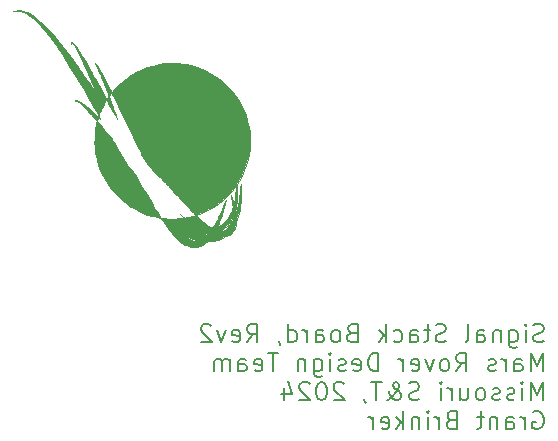
<source format=gbo>
G04 #@! TF.GenerationSoftware,KiCad,Pcbnew,7.0.5*
G04 #@! TF.CreationDate,2024-03-24T13:33:04-05:00*
G04 #@! TF.ProjectId,RotatingSignalStack_board,526f7461-7469-46e6-9753-69676e616c53,rev?*
G04 #@! TF.SameCoordinates,Original*
G04 #@! TF.FileFunction,Legend,Bot*
G04 #@! TF.FilePolarity,Positive*
%FSLAX46Y46*%
G04 Gerber Fmt 4.6, Leading zero omitted, Abs format (unit mm)*
G04 Created by KiCad (PCBNEW 7.0.5) date 2024-03-24 13:33:04*
%MOMM*%
%LPD*%
G01*
G04 APERTURE LIST*
%ADD10C,0.203200*%
%ADD11C,0.010000*%
%ADD12C,1.524000*%
%ADD13C,2.946400*%
%ADD14O,5.100000X3.000000*%
%ADD15C,1.308000*%
%ADD16C,1.208000*%
%ADD17C,3.450000*%
%ADD18C,1.100000*%
%ADD19C,1.400000*%
%ADD20C,4.000000*%
%ADD21C,2.000000*%
G04 APERTURE END LIST*
D10*
X199728030Y-107177433D02*
X199510316Y-107250004D01*
X199510316Y-107250004D02*
X199147458Y-107250004D01*
X199147458Y-107250004D02*
X199002316Y-107177433D01*
X199002316Y-107177433D02*
X198929744Y-107104861D01*
X198929744Y-107104861D02*
X198857173Y-106959718D01*
X198857173Y-106959718D02*
X198857173Y-106814575D01*
X198857173Y-106814575D02*
X198929744Y-106669433D01*
X198929744Y-106669433D02*
X199002316Y-106596861D01*
X199002316Y-106596861D02*
X199147458Y-106524290D01*
X199147458Y-106524290D02*
X199437744Y-106451718D01*
X199437744Y-106451718D02*
X199582887Y-106379147D01*
X199582887Y-106379147D02*
X199655458Y-106306575D01*
X199655458Y-106306575D02*
X199728030Y-106161433D01*
X199728030Y-106161433D02*
X199728030Y-106016290D01*
X199728030Y-106016290D02*
X199655458Y-105871147D01*
X199655458Y-105871147D02*
X199582887Y-105798575D01*
X199582887Y-105798575D02*
X199437744Y-105726004D01*
X199437744Y-105726004D02*
X199074887Y-105726004D01*
X199074887Y-105726004D02*
X198857173Y-105798575D01*
X198204029Y-107250004D02*
X198204029Y-106234004D01*
X198204029Y-105726004D02*
X198276601Y-105798575D01*
X198276601Y-105798575D02*
X198204029Y-105871147D01*
X198204029Y-105871147D02*
X198131458Y-105798575D01*
X198131458Y-105798575D02*
X198204029Y-105726004D01*
X198204029Y-105726004D02*
X198204029Y-105871147D01*
X196825173Y-106234004D02*
X196825173Y-107467718D01*
X196825173Y-107467718D02*
X196897744Y-107612861D01*
X196897744Y-107612861D02*
X196970315Y-107685433D01*
X196970315Y-107685433D02*
X197115458Y-107758004D01*
X197115458Y-107758004D02*
X197333173Y-107758004D01*
X197333173Y-107758004D02*
X197478315Y-107685433D01*
X196825173Y-107177433D02*
X196970315Y-107250004D01*
X196970315Y-107250004D02*
X197260601Y-107250004D01*
X197260601Y-107250004D02*
X197405744Y-107177433D01*
X197405744Y-107177433D02*
X197478315Y-107104861D01*
X197478315Y-107104861D02*
X197550887Y-106959718D01*
X197550887Y-106959718D02*
X197550887Y-106524290D01*
X197550887Y-106524290D02*
X197478315Y-106379147D01*
X197478315Y-106379147D02*
X197405744Y-106306575D01*
X197405744Y-106306575D02*
X197260601Y-106234004D01*
X197260601Y-106234004D02*
X196970315Y-106234004D01*
X196970315Y-106234004D02*
X196825173Y-106306575D01*
X196099458Y-106234004D02*
X196099458Y-107250004D01*
X196099458Y-106379147D02*
X196026887Y-106306575D01*
X196026887Y-106306575D02*
X195881744Y-106234004D01*
X195881744Y-106234004D02*
X195664030Y-106234004D01*
X195664030Y-106234004D02*
X195518887Y-106306575D01*
X195518887Y-106306575D02*
X195446316Y-106451718D01*
X195446316Y-106451718D02*
X195446316Y-107250004D01*
X194067459Y-107250004D02*
X194067459Y-106451718D01*
X194067459Y-106451718D02*
X194140030Y-106306575D01*
X194140030Y-106306575D02*
X194285173Y-106234004D01*
X194285173Y-106234004D02*
X194575459Y-106234004D01*
X194575459Y-106234004D02*
X194720601Y-106306575D01*
X194067459Y-107177433D02*
X194212601Y-107250004D01*
X194212601Y-107250004D02*
X194575459Y-107250004D01*
X194575459Y-107250004D02*
X194720601Y-107177433D01*
X194720601Y-107177433D02*
X194793173Y-107032290D01*
X194793173Y-107032290D02*
X194793173Y-106887147D01*
X194793173Y-106887147D02*
X194720601Y-106742004D01*
X194720601Y-106742004D02*
X194575459Y-106669433D01*
X194575459Y-106669433D02*
X194212601Y-106669433D01*
X194212601Y-106669433D02*
X194067459Y-106596861D01*
X193124030Y-107250004D02*
X193269173Y-107177433D01*
X193269173Y-107177433D02*
X193341744Y-107032290D01*
X193341744Y-107032290D02*
X193341744Y-105726004D01*
X191454887Y-107177433D02*
X191237173Y-107250004D01*
X191237173Y-107250004D02*
X190874315Y-107250004D01*
X190874315Y-107250004D02*
X190729173Y-107177433D01*
X190729173Y-107177433D02*
X190656601Y-107104861D01*
X190656601Y-107104861D02*
X190584030Y-106959718D01*
X190584030Y-106959718D02*
X190584030Y-106814575D01*
X190584030Y-106814575D02*
X190656601Y-106669433D01*
X190656601Y-106669433D02*
X190729173Y-106596861D01*
X190729173Y-106596861D02*
X190874315Y-106524290D01*
X190874315Y-106524290D02*
X191164601Y-106451718D01*
X191164601Y-106451718D02*
X191309744Y-106379147D01*
X191309744Y-106379147D02*
X191382315Y-106306575D01*
X191382315Y-106306575D02*
X191454887Y-106161433D01*
X191454887Y-106161433D02*
X191454887Y-106016290D01*
X191454887Y-106016290D02*
X191382315Y-105871147D01*
X191382315Y-105871147D02*
X191309744Y-105798575D01*
X191309744Y-105798575D02*
X191164601Y-105726004D01*
X191164601Y-105726004D02*
X190801744Y-105726004D01*
X190801744Y-105726004D02*
X190584030Y-105798575D01*
X190148601Y-106234004D02*
X189568029Y-106234004D01*
X189930886Y-105726004D02*
X189930886Y-107032290D01*
X189930886Y-107032290D02*
X189858315Y-107177433D01*
X189858315Y-107177433D02*
X189713172Y-107250004D01*
X189713172Y-107250004D02*
X189568029Y-107250004D01*
X188406887Y-107250004D02*
X188406887Y-106451718D01*
X188406887Y-106451718D02*
X188479458Y-106306575D01*
X188479458Y-106306575D02*
X188624601Y-106234004D01*
X188624601Y-106234004D02*
X188914887Y-106234004D01*
X188914887Y-106234004D02*
X189060029Y-106306575D01*
X188406887Y-107177433D02*
X188552029Y-107250004D01*
X188552029Y-107250004D02*
X188914887Y-107250004D01*
X188914887Y-107250004D02*
X189060029Y-107177433D01*
X189060029Y-107177433D02*
X189132601Y-107032290D01*
X189132601Y-107032290D02*
X189132601Y-106887147D01*
X189132601Y-106887147D02*
X189060029Y-106742004D01*
X189060029Y-106742004D02*
X188914887Y-106669433D01*
X188914887Y-106669433D02*
X188552029Y-106669433D01*
X188552029Y-106669433D02*
X188406887Y-106596861D01*
X187028030Y-107177433D02*
X187173172Y-107250004D01*
X187173172Y-107250004D02*
X187463458Y-107250004D01*
X187463458Y-107250004D02*
X187608601Y-107177433D01*
X187608601Y-107177433D02*
X187681172Y-107104861D01*
X187681172Y-107104861D02*
X187753744Y-106959718D01*
X187753744Y-106959718D02*
X187753744Y-106524290D01*
X187753744Y-106524290D02*
X187681172Y-106379147D01*
X187681172Y-106379147D02*
X187608601Y-106306575D01*
X187608601Y-106306575D02*
X187463458Y-106234004D01*
X187463458Y-106234004D02*
X187173172Y-106234004D01*
X187173172Y-106234004D02*
X187028030Y-106306575D01*
X186374886Y-107250004D02*
X186374886Y-105726004D01*
X186229744Y-106669433D02*
X185794315Y-107250004D01*
X185794315Y-106234004D02*
X186374886Y-106814575D01*
X183472029Y-106451718D02*
X183254315Y-106524290D01*
X183254315Y-106524290D02*
X183181744Y-106596861D01*
X183181744Y-106596861D02*
X183109172Y-106742004D01*
X183109172Y-106742004D02*
X183109172Y-106959718D01*
X183109172Y-106959718D02*
X183181744Y-107104861D01*
X183181744Y-107104861D02*
X183254315Y-107177433D01*
X183254315Y-107177433D02*
X183399458Y-107250004D01*
X183399458Y-107250004D02*
X183980029Y-107250004D01*
X183980029Y-107250004D02*
X183980029Y-105726004D01*
X183980029Y-105726004D02*
X183472029Y-105726004D01*
X183472029Y-105726004D02*
X183326887Y-105798575D01*
X183326887Y-105798575D02*
X183254315Y-105871147D01*
X183254315Y-105871147D02*
X183181744Y-106016290D01*
X183181744Y-106016290D02*
X183181744Y-106161433D01*
X183181744Y-106161433D02*
X183254315Y-106306575D01*
X183254315Y-106306575D02*
X183326887Y-106379147D01*
X183326887Y-106379147D02*
X183472029Y-106451718D01*
X183472029Y-106451718D02*
X183980029Y-106451718D01*
X182238315Y-107250004D02*
X182383458Y-107177433D01*
X182383458Y-107177433D02*
X182456029Y-107104861D01*
X182456029Y-107104861D02*
X182528601Y-106959718D01*
X182528601Y-106959718D02*
X182528601Y-106524290D01*
X182528601Y-106524290D02*
X182456029Y-106379147D01*
X182456029Y-106379147D02*
X182383458Y-106306575D01*
X182383458Y-106306575D02*
X182238315Y-106234004D01*
X182238315Y-106234004D02*
X182020601Y-106234004D01*
X182020601Y-106234004D02*
X181875458Y-106306575D01*
X181875458Y-106306575D02*
X181802887Y-106379147D01*
X181802887Y-106379147D02*
X181730315Y-106524290D01*
X181730315Y-106524290D02*
X181730315Y-106959718D01*
X181730315Y-106959718D02*
X181802887Y-107104861D01*
X181802887Y-107104861D02*
X181875458Y-107177433D01*
X181875458Y-107177433D02*
X182020601Y-107250004D01*
X182020601Y-107250004D02*
X182238315Y-107250004D01*
X180424030Y-107250004D02*
X180424030Y-106451718D01*
X180424030Y-106451718D02*
X180496601Y-106306575D01*
X180496601Y-106306575D02*
X180641744Y-106234004D01*
X180641744Y-106234004D02*
X180932030Y-106234004D01*
X180932030Y-106234004D02*
X181077172Y-106306575D01*
X180424030Y-107177433D02*
X180569172Y-107250004D01*
X180569172Y-107250004D02*
X180932030Y-107250004D01*
X180932030Y-107250004D02*
X181077172Y-107177433D01*
X181077172Y-107177433D02*
X181149744Y-107032290D01*
X181149744Y-107032290D02*
X181149744Y-106887147D01*
X181149744Y-106887147D02*
X181077172Y-106742004D01*
X181077172Y-106742004D02*
X180932030Y-106669433D01*
X180932030Y-106669433D02*
X180569172Y-106669433D01*
X180569172Y-106669433D02*
X180424030Y-106596861D01*
X179698315Y-107250004D02*
X179698315Y-106234004D01*
X179698315Y-106524290D02*
X179625744Y-106379147D01*
X179625744Y-106379147D02*
X179553173Y-106306575D01*
X179553173Y-106306575D02*
X179408030Y-106234004D01*
X179408030Y-106234004D02*
X179262887Y-106234004D01*
X178101744Y-107250004D02*
X178101744Y-105726004D01*
X178101744Y-107177433D02*
X178246886Y-107250004D01*
X178246886Y-107250004D02*
X178537172Y-107250004D01*
X178537172Y-107250004D02*
X178682315Y-107177433D01*
X178682315Y-107177433D02*
X178754886Y-107104861D01*
X178754886Y-107104861D02*
X178827458Y-106959718D01*
X178827458Y-106959718D02*
X178827458Y-106524290D01*
X178827458Y-106524290D02*
X178754886Y-106379147D01*
X178754886Y-106379147D02*
X178682315Y-106306575D01*
X178682315Y-106306575D02*
X178537172Y-106234004D01*
X178537172Y-106234004D02*
X178246886Y-106234004D01*
X178246886Y-106234004D02*
X178101744Y-106306575D01*
X177303458Y-107177433D02*
X177303458Y-107250004D01*
X177303458Y-107250004D02*
X177376029Y-107395147D01*
X177376029Y-107395147D02*
X177448601Y-107467718D01*
X174618315Y-107250004D02*
X175126315Y-106524290D01*
X175489172Y-107250004D02*
X175489172Y-105726004D01*
X175489172Y-105726004D02*
X174908601Y-105726004D01*
X174908601Y-105726004D02*
X174763458Y-105798575D01*
X174763458Y-105798575D02*
X174690887Y-105871147D01*
X174690887Y-105871147D02*
X174618315Y-106016290D01*
X174618315Y-106016290D02*
X174618315Y-106234004D01*
X174618315Y-106234004D02*
X174690887Y-106379147D01*
X174690887Y-106379147D02*
X174763458Y-106451718D01*
X174763458Y-106451718D02*
X174908601Y-106524290D01*
X174908601Y-106524290D02*
X175489172Y-106524290D01*
X173384601Y-107177433D02*
X173529744Y-107250004D01*
X173529744Y-107250004D02*
X173820030Y-107250004D01*
X173820030Y-107250004D02*
X173965172Y-107177433D01*
X173965172Y-107177433D02*
X174037744Y-107032290D01*
X174037744Y-107032290D02*
X174037744Y-106451718D01*
X174037744Y-106451718D02*
X173965172Y-106306575D01*
X173965172Y-106306575D02*
X173820030Y-106234004D01*
X173820030Y-106234004D02*
X173529744Y-106234004D01*
X173529744Y-106234004D02*
X173384601Y-106306575D01*
X173384601Y-106306575D02*
X173312030Y-106451718D01*
X173312030Y-106451718D02*
X173312030Y-106596861D01*
X173312030Y-106596861D02*
X174037744Y-106742004D01*
X172804029Y-106234004D02*
X172441172Y-107250004D01*
X172441172Y-107250004D02*
X172078315Y-106234004D01*
X171570315Y-105871147D02*
X171497743Y-105798575D01*
X171497743Y-105798575D02*
X171352601Y-105726004D01*
X171352601Y-105726004D02*
X170989743Y-105726004D01*
X170989743Y-105726004D02*
X170844601Y-105798575D01*
X170844601Y-105798575D02*
X170772029Y-105871147D01*
X170772029Y-105871147D02*
X170699458Y-106016290D01*
X170699458Y-106016290D02*
X170699458Y-106161433D01*
X170699458Y-106161433D02*
X170772029Y-106379147D01*
X170772029Y-106379147D02*
X171642886Y-107250004D01*
X171642886Y-107250004D02*
X170699458Y-107250004D01*
X199655458Y-109703644D02*
X199655458Y-108179644D01*
X199655458Y-108179644D02*
X199147458Y-109268215D01*
X199147458Y-109268215D02*
X198639458Y-108179644D01*
X198639458Y-108179644D02*
X198639458Y-109703644D01*
X197260602Y-109703644D02*
X197260602Y-108905358D01*
X197260602Y-108905358D02*
X197333173Y-108760215D01*
X197333173Y-108760215D02*
X197478316Y-108687644D01*
X197478316Y-108687644D02*
X197768602Y-108687644D01*
X197768602Y-108687644D02*
X197913744Y-108760215D01*
X197260602Y-109631073D02*
X197405744Y-109703644D01*
X197405744Y-109703644D02*
X197768602Y-109703644D01*
X197768602Y-109703644D02*
X197913744Y-109631073D01*
X197913744Y-109631073D02*
X197986316Y-109485930D01*
X197986316Y-109485930D02*
X197986316Y-109340787D01*
X197986316Y-109340787D02*
X197913744Y-109195644D01*
X197913744Y-109195644D02*
X197768602Y-109123073D01*
X197768602Y-109123073D02*
X197405744Y-109123073D01*
X197405744Y-109123073D02*
X197260602Y-109050501D01*
X196534887Y-109703644D02*
X196534887Y-108687644D01*
X196534887Y-108977930D02*
X196462316Y-108832787D01*
X196462316Y-108832787D02*
X196389745Y-108760215D01*
X196389745Y-108760215D02*
X196244602Y-108687644D01*
X196244602Y-108687644D02*
X196099459Y-108687644D01*
X195664030Y-109631073D02*
X195518887Y-109703644D01*
X195518887Y-109703644D02*
X195228601Y-109703644D01*
X195228601Y-109703644D02*
X195083458Y-109631073D01*
X195083458Y-109631073D02*
X195010887Y-109485930D01*
X195010887Y-109485930D02*
X195010887Y-109413358D01*
X195010887Y-109413358D02*
X195083458Y-109268215D01*
X195083458Y-109268215D02*
X195228601Y-109195644D01*
X195228601Y-109195644D02*
X195446316Y-109195644D01*
X195446316Y-109195644D02*
X195591458Y-109123073D01*
X195591458Y-109123073D02*
X195664030Y-108977930D01*
X195664030Y-108977930D02*
X195664030Y-108905358D01*
X195664030Y-108905358D02*
X195591458Y-108760215D01*
X195591458Y-108760215D02*
X195446316Y-108687644D01*
X195446316Y-108687644D02*
X195228601Y-108687644D01*
X195228601Y-108687644D02*
X195083458Y-108760215D01*
X192325744Y-109703644D02*
X192833744Y-108977930D01*
X193196601Y-109703644D02*
X193196601Y-108179644D01*
X193196601Y-108179644D02*
X192616030Y-108179644D01*
X192616030Y-108179644D02*
X192470887Y-108252215D01*
X192470887Y-108252215D02*
X192398316Y-108324787D01*
X192398316Y-108324787D02*
X192325744Y-108469930D01*
X192325744Y-108469930D02*
X192325744Y-108687644D01*
X192325744Y-108687644D02*
X192398316Y-108832787D01*
X192398316Y-108832787D02*
X192470887Y-108905358D01*
X192470887Y-108905358D02*
X192616030Y-108977930D01*
X192616030Y-108977930D02*
X193196601Y-108977930D01*
X191454887Y-109703644D02*
X191600030Y-109631073D01*
X191600030Y-109631073D02*
X191672601Y-109558501D01*
X191672601Y-109558501D02*
X191745173Y-109413358D01*
X191745173Y-109413358D02*
X191745173Y-108977930D01*
X191745173Y-108977930D02*
X191672601Y-108832787D01*
X191672601Y-108832787D02*
X191600030Y-108760215D01*
X191600030Y-108760215D02*
X191454887Y-108687644D01*
X191454887Y-108687644D02*
X191237173Y-108687644D01*
X191237173Y-108687644D02*
X191092030Y-108760215D01*
X191092030Y-108760215D02*
X191019459Y-108832787D01*
X191019459Y-108832787D02*
X190946887Y-108977930D01*
X190946887Y-108977930D02*
X190946887Y-109413358D01*
X190946887Y-109413358D02*
X191019459Y-109558501D01*
X191019459Y-109558501D02*
X191092030Y-109631073D01*
X191092030Y-109631073D02*
X191237173Y-109703644D01*
X191237173Y-109703644D02*
X191454887Y-109703644D01*
X190438887Y-108687644D02*
X190076030Y-109703644D01*
X190076030Y-109703644D02*
X189713173Y-108687644D01*
X188552030Y-109631073D02*
X188697173Y-109703644D01*
X188697173Y-109703644D02*
X188987459Y-109703644D01*
X188987459Y-109703644D02*
X189132601Y-109631073D01*
X189132601Y-109631073D02*
X189205173Y-109485930D01*
X189205173Y-109485930D02*
X189205173Y-108905358D01*
X189205173Y-108905358D02*
X189132601Y-108760215D01*
X189132601Y-108760215D02*
X188987459Y-108687644D01*
X188987459Y-108687644D02*
X188697173Y-108687644D01*
X188697173Y-108687644D02*
X188552030Y-108760215D01*
X188552030Y-108760215D02*
X188479459Y-108905358D01*
X188479459Y-108905358D02*
X188479459Y-109050501D01*
X188479459Y-109050501D02*
X189205173Y-109195644D01*
X187826315Y-109703644D02*
X187826315Y-108687644D01*
X187826315Y-108977930D02*
X187753744Y-108832787D01*
X187753744Y-108832787D02*
X187681173Y-108760215D01*
X187681173Y-108760215D02*
X187536030Y-108687644D01*
X187536030Y-108687644D02*
X187390887Y-108687644D01*
X185721743Y-109703644D02*
X185721743Y-108179644D01*
X185721743Y-108179644D02*
X185358886Y-108179644D01*
X185358886Y-108179644D02*
X185141172Y-108252215D01*
X185141172Y-108252215D02*
X184996029Y-108397358D01*
X184996029Y-108397358D02*
X184923458Y-108542501D01*
X184923458Y-108542501D02*
X184850886Y-108832787D01*
X184850886Y-108832787D02*
X184850886Y-109050501D01*
X184850886Y-109050501D02*
X184923458Y-109340787D01*
X184923458Y-109340787D02*
X184996029Y-109485930D01*
X184996029Y-109485930D02*
X185141172Y-109631073D01*
X185141172Y-109631073D02*
X185358886Y-109703644D01*
X185358886Y-109703644D02*
X185721743Y-109703644D01*
X183617172Y-109631073D02*
X183762315Y-109703644D01*
X183762315Y-109703644D02*
X184052601Y-109703644D01*
X184052601Y-109703644D02*
X184197743Y-109631073D01*
X184197743Y-109631073D02*
X184270315Y-109485930D01*
X184270315Y-109485930D02*
X184270315Y-108905358D01*
X184270315Y-108905358D02*
X184197743Y-108760215D01*
X184197743Y-108760215D02*
X184052601Y-108687644D01*
X184052601Y-108687644D02*
X183762315Y-108687644D01*
X183762315Y-108687644D02*
X183617172Y-108760215D01*
X183617172Y-108760215D02*
X183544601Y-108905358D01*
X183544601Y-108905358D02*
X183544601Y-109050501D01*
X183544601Y-109050501D02*
X184270315Y-109195644D01*
X182964029Y-109631073D02*
X182818886Y-109703644D01*
X182818886Y-109703644D02*
X182528600Y-109703644D01*
X182528600Y-109703644D02*
X182383457Y-109631073D01*
X182383457Y-109631073D02*
X182310886Y-109485930D01*
X182310886Y-109485930D02*
X182310886Y-109413358D01*
X182310886Y-109413358D02*
X182383457Y-109268215D01*
X182383457Y-109268215D02*
X182528600Y-109195644D01*
X182528600Y-109195644D02*
X182746315Y-109195644D01*
X182746315Y-109195644D02*
X182891457Y-109123073D01*
X182891457Y-109123073D02*
X182964029Y-108977930D01*
X182964029Y-108977930D02*
X182964029Y-108905358D01*
X182964029Y-108905358D02*
X182891457Y-108760215D01*
X182891457Y-108760215D02*
X182746315Y-108687644D01*
X182746315Y-108687644D02*
X182528600Y-108687644D01*
X182528600Y-108687644D02*
X182383457Y-108760215D01*
X181657743Y-109703644D02*
X181657743Y-108687644D01*
X181657743Y-108179644D02*
X181730315Y-108252215D01*
X181730315Y-108252215D02*
X181657743Y-108324787D01*
X181657743Y-108324787D02*
X181585172Y-108252215D01*
X181585172Y-108252215D02*
X181657743Y-108179644D01*
X181657743Y-108179644D02*
X181657743Y-108324787D01*
X180278887Y-108687644D02*
X180278887Y-109921358D01*
X180278887Y-109921358D02*
X180351458Y-110066501D01*
X180351458Y-110066501D02*
X180424029Y-110139073D01*
X180424029Y-110139073D02*
X180569172Y-110211644D01*
X180569172Y-110211644D02*
X180786887Y-110211644D01*
X180786887Y-110211644D02*
X180932029Y-110139073D01*
X180278887Y-109631073D02*
X180424029Y-109703644D01*
X180424029Y-109703644D02*
X180714315Y-109703644D01*
X180714315Y-109703644D02*
X180859458Y-109631073D01*
X180859458Y-109631073D02*
X180932029Y-109558501D01*
X180932029Y-109558501D02*
X181004601Y-109413358D01*
X181004601Y-109413358D02*
X181004601Y-108977930D01*
X181004601Y-108977930D02*
X180932029Y-108832787D01*
X180932029Y-108832787D02*
X180859458Y-108760215D01*
X180859458Y-108760215D02*
X180714315Y-108687644D01*
X180714315Y-108687644D02*
X180424029Y-108687644D01*
X180424029Y-108687644D02*
X180278887Y-108760215D01*
X179553172Y-108687644D02*
X179553172Y-109703644D01*
X179553172Y-108832787D02*
X179480601Y-108760215D01*
X179480601Y-108760215D02*
X179335458Y-108687644D01*
X179335458Y-108687644D02*
X179117744Y-108687644D01*
X179117744Y-108687644D02*
X178972601Y-108760215D01*
X178972601Y-108760215D02*
X178900030Y-108905358D01*
X178900030Y-108905358D02*
X178900030Y-109703644D01*
X177230887Y-108179644D02*
X176360030Y-108179644D01*
X176795458Y-109703644D02*
X176795458Y-108179644D01*
X175271458Y-109631073D02*
X175416601Y-109703644D01*
X175416601Y-109703644D02*
X175706887Y-109703644D01*
X175706887Y-109703644D02*
X175852029Y-109631073D01*
X175852029Y-109631073D02*
X175924601Y-109485930D01*
X175924601Y-109485930D02*
X175924601Y-108905358D01*
X175924601Y-108905358D02*
X175852029Y-108760215D01*
X175852029Y-108760215D02*
X175706887Y-108687644D01*
X175706887Y-108687644D02*
X175416601Y-108687644D01*
X175416601Y-108687644D02*
X175271458Y-108760215D01*
X175271458Y-108760215D02*
X175198887Y-108905358D01*
X175198887Y-108905358D02*
X175198887Y-109050501D01*
X175198887Y-109050501D02*
X175924601Y-109195644D01*
X173892601Y-109703644D02*
X173892601Y-108905358D01*
X173892601Y-108905358D02*
X173965172Y-108760215D01*
X173965172Y-108760215D02*
X174110315Y-108687644D01*
X174110315Y-108687644D02*
X174400601Y-108687644D01*
X174400601Y-108687644D02*
X174545743Y-108760215D01*
X173892601Y-109631073D02*
X174037743Y-109703644D01*
X174037743Y-109703644D02*
X174400601Y-109703644D01*
X174400601Y-109703644D02*
X174545743Y-109631073D01*
X174545743Y-109631073D02*
X174618315Y-109485930D01*
X174618315Y-109485930D02*
X174618315Y-109340787D01*
X174618315Y-109340787D02*
X174545743Y-109195644D01*
X174545743Y-109195644D02*
X174400601Y-109123073D01*
X174400601Y-109123073D02*
X174037743Y-109123073D01*
X174037743Y-109123073D02*
X173892601Y-109050501D01*
X173166886Y-109703644D02*
X173166886Y-108687644D01*
X173166886Y-108832787D02*
X173094315Y-108760215D01*
X173094315Y-108760215D02*
X172949172Y-108687644D01*
X172949172Y-108687644D02*
X172731458Y-108687644D01*
X172731458Y-108687644D02*
X172586315Y-108760215D01*
X172586315Y-108760215D02*
X172513744Y-108905358D01*
X172513744Y-108905358D02*
X172513744Y-109703644D01*
X172513744Y-108905358D02*
X172441172Y-108760215D01*
X172441172Y-108760215D02*
X172296029Y-108687644D01*
X172296029Y-108687644D02*
X172078315Y-108687644D01*
X172078315Y-108687644D02*
X171933172Y-108760215D01*
X171933172Y-108760215D02*
X171860601Y-108905358D01*
X171860601Y-108905358D02*
X171860601Y-109703644D01*
X199655458Y-112157284D02*
X199655458Y-110633284D01*
X199655458Y-110633284D02*
X199147458Y-111721855D01*
X199147458Y-111721855D02*
X198639458Y-110633284D01*
X198639458Y-110633284D02*
X198639458Y-112157284D01*
X197913744Y-112157284D02*
X197913744Y-111141284D01*
X197913744Y-110633284D02*
X197986316Y-110705855D01*
X197986316Y-110705855D02*
X197913744Y-110778427D01*
X197913744Y-110778427D02*
X197841173Y-110705855D01*
X197841173Y-110705855D02*
X197913744Y-110633284D01*
X197913744Y-110633284D02*
X197913744Y-110778427D01*
X197260602Y-112084713D02*
X197115459Y-112157284D01*
X197115459Y-112157284D02*
X196825173Y-112157284D01*
X196825173Y-112157284D02*
X196680030Y-112084713D01*
X196680030Y-112084713D02*
X196607459Y-111939570D01*
X196607459Y-111939570D02*
X196607459Y-111866998D01*
X196607459Y-111866998D02*
X196680030Y-111721855D01*
X196680030Y-111721855D02*
X196825173Y-111649284D01*
X196825173Y-111649284D02*
X197042888Y-111649284D01*
X197042888Y-111649284D02*
X197188030Y-111576713D01*
X197188030Y-111576713D02*
X197260602Y-111431570D01*
X197260602Y-111431570D02*
X197260602Y-111358998D01*
X197260602Y-111358998D02*
X197188030Y-111213855D01*
X197188030Y-111213855D02*
X197042888Y-111141284D01*
X197042888Y-111141284D02*
X196825173Y-111141284D01*
X196825173Y-111141284D02*
X196680030Y-111213855D01*
X196026888Y-112084713D02*
X195881745Y-112157284D01*
X195881745Y-112157284D02*
X195591459Y-112157284D01*
X195591459Y-112157284D02*
X195446316Y-112084713D01*
X195446316Y-112084713D02*
X195373745Y-111939570D01*
X195373745Y-111939570D02*
X195373745Y-111866998D01*
X195373745Y-111866998D02*
X195446316Y-111721855D01*
X195446316Y-111721855D02*
X195591459Y-111649284D01*
X195591459Y-111649284D02*
X195809174Y-111649284D01*
X195809174Y-111649284D02*
X195954316Y-111576713D01*
X195954316Y-111576713D02*
X196026888Y-111431570D01*
X196026888Y-111431570D02*
X196026888Y-111358998D01*
X196026888Y-111358998D02*
X195954316Y-111213855D01*
X195954316Y-111213855D02*
X195809174Y-111141284D01*
X195809174Y-111141284D02*
X195591459Y-111141284D01*
X195591459Y-111141284D02*
X195446316Y-111213855D01*
X194502888Y-112157284D02*
X194648031Y-112084713D01*
X194648031Y-112084713D02*
X194720602Y-112012141D01*
X194720602Y-112012141D02*
X194793174Y-111866998D01*
X194793174Y-111866998D02*
X194793174Y-111431570D01*
X194793174Y-111431570D02*
X194720602Y-111286427D01*
X194720602Y-111286427D02*
X194648031Y-111213855D01*
X194648031Y-111213855D02*
X194502888Y-111141284D01*
X194502888Y-111141284D02*
X194285174Y-111141284D01*
X194285174Y-111141284D02*
X194140031Y-111213855D01*
X194140031Y-111213855D02*
X194067460Y-111286427D01*
X194067460Y-111286427D02*
X193994888Y-111431570D01*
X193994888Y-111431570D02*
X193994888Y-111866998D01*
X193994888Y-111866998D02*
X194067460Y-112012141D01*
X194067460Y-112012141D02*
X194140031Y-112084713D01*
X194140031Y-112084713D02*
X194285174Y-112157284D01*
X194285174Y-112157284D02*
X194502888Y-112157284D01*
X192688603Y-111141284D02*
X192688603Y-112157284D01*
X193341745Y-111141284D02*
X193341745Y-111939570D01*
X193341745Y-111939570D02*
X193269174Y-112084713D01*
X193269174Y-112084713D02*
X193124031Y-112157284D01*
X193124031Y-112157284D02*
X192906317Y-112157284D01*
X192906317Y-112157284D02*
X192761174Y-112084713D01*
X192761174Y-112084713D02*
X192688603Y-112012141D01*
X191962888Y-112157284D02*
X191962888Y-111141284D01*
X191962888Y-111431570D02*
X191890317Y-111286427D01*
X191890317Y-111286427D02*
X191817746Y-111213855D01*
X191817746Y-111213855D02*
X191672603Y-111141284D01*
X191672603Y-111141284D02*
X191527460Y-111141284D01*
X191019459Y-112157284D02*
X191019459Y-111141284D01*
X191019459Y-110633284D02*
X191092031Y-110705855D01*
X191092031Y-110705855D02*
X191019459Y-110778427D01*
X191019459Y-110778427D02*
X190946888Y-110705855D01*
X190946888Y-110705855D02*
X191019459Y-110633284D01*
X191019459Y-110633284D02*
X191019459Y-110778427D01*
X189205174Y-112084713D02*
X188987460Y-112157284D01*
X188987460Y-112157284D02*
X188624602Y-112157284D01*
X188624602Y-112157284D02*
X188479460Y-112084713D01*
X188479460Y-112084713D02*
X188406888Y-112012141D01*
X188406888Y-112012141D02*
X188334317Y-111866998D01*
X188334317Y-111866998D02*
X188334317Y-111721855D01*
X188334317Y-111721855D02*
X188406888Y-111576713D01*
X188406888Y-111576713D02*
X188479460Y-111504141D01*
X188479460Y-111504141D02*
X188624602Y-111431570D01*
X188624602Y-111431570D02*
X188914888Y-111358998D01*
X188914888Y-111358998D02*
X189060031Y-111286427D01*
X189060031Y-111286427D02*
X189132602Y-111213855D01*
X189132602Y-111213855D02*
X189205174Y-111068713D01*
X189205174Y-111068713D02*
X189205174Y-110923570D01*
X189205174Y-110923570D02*
X189132602Y-110778427D01*
X189132602Y-110778427D02*
X189060031Y-110705855D01*
X189060031Y-110705855D02*
X188914888Y-110633284D01*
X188914888Y-110633284D02*
X188552031Y-110633284D01*
X188552031Y-110633284D02*
X188334317Y-110705855D01*
X186447459Y-112157284D02*
X186520031Y-112157284D01*
X186520031Y-112157284D02*
X186665173Y-112084713D01*
X186665173Y-112084713D02*
X186882888Y-111866998D01*
X186882888Y-111866998D02*
X187245745Y-111431570D01*
X187245745Y-111431570D02*
X187390888Y-111213855D01*
X187390888Y-111213855D02*
X187463459Y-110996141D01*
X187463459Y-110996141D02*
X187463459Y-110850998D01*
X187463459Y-110850998D02*
X187390888Y-110705855D01*
X187390888Y-110705855D02*
X187245745Y-110633284D01*
X187245745Y-110633284D02*
X187173173Y-110633284D01*
X187173173Y-110633284D02*
X187028031Y-110705855D01*
X187028031Y-110705855D02*
X186955459Y-110850998D01*
X186955459Y-110850998D02*
X186955459Y-110923570D01*
X186955459Y-110923570D02*
X187028031Y-111068713D01*
X187028031Y-111068713D02*
X187100602Y-111141284D01*
X187100602Y-111141284D02*
X187536031Y-111431570D01*
X187536031Y-111431570D02*
X187608602Y-111504141D01*
X187608602Y-111504141D02*
X187681173Y-111649284D01*
X187681173Y-111649284D02*
X187681173Y-111866998D01*
X187681173Y-111866998D02*
X187608602Y-112012141D01*
X187608602Y-112012141D02*
X187536031Y-112084713D01*
X187536031Y-112084713D02*
X187390888Y-112157284D01*
X187390888Y-112157284D02*
X187173173Y-112157284D01*
X187173173Y-112157284D02*
X187028031Y-112084713D01*
X187028031Y-112084713D02*
X186955459Y-112012141D01*
X186955459Y-112012141D02*
X186737745Y-111721855D01*
X186737745Y-111721855D02*
X186665173Y-111504141D01*
X186665173Y-111504141D02*
X186665173Y-111358998D01*
X186012031Y-110633284D02*
X185141174Y-110633284D01*
X185576602Y-112157284D02*
X185576602Y-110633284D01*
X184560602Y-112084713D02*
X184560602Y-112157284D01*
X184560602Y-112157284D02*
X184633173Y-112302427D01*
X184633173Y-112302427D02*
X184705745Y-112374998D01*
X182818888Y-110778427D02*
X182746316Y-110705855D01*
X182746316Y-110705855D02*
X182601174Y-110633284D01*
X182601174Y-110633284D02*
X182238316Y-110633284D01*
X182238316Y-110633284D02*
X182093174Y-110705855D01*
X182093174Y-110705855D02*
X182020602Y-110778427D01*
X182020602Y-110778427D02*
X181948031Y-110923570D01*
X181948031Y-110923570D02*
X181948031Y-111068713D01*
X181948031Y-111068713D02*
X182020602Y-111286427D01*
X182020602Y-111286427D02*
X182891459Y-112157284D01*
X182891459Y-112157284D02*
X181948031Y-112157284D01*
X181004602Y-110633284D02*
X180859459Y-110633284D01*
X180859459Y-110633284D02*
X180714316Y-110705855D01*
X180714316Y-110705855D02*
X180641745Y-110778427D01*
X180641745Y-110778427D02*
X180569173Y-110923570D01*
X180569173Y-110923570D02*
X180496602Y-111213855D01*
X180496602Y-111213855D02*
X180496602Y-111576713D01*
X180496602Y-111576713D02*
X180569173Y-111866998D01*
X180569173Y-111866998D02*
X180641745Y-112012141D01*
X180641745Y-112012141D02*
X180714316Y-112084713D01*
X180714316Y-112084713D02*
X180859459Y-112157284D01*
X180859459Y-112157284D02*
X181004602Y-112157284D01*
X181004602Y-112157284D02*
X181149745Y-112084713D01*
X181149745Y-112084713D02*
X181222316Y-112012141D01*
X181222316Y-112012141D02*
X181294887Y-111866998D01*
X181294887Y-111866998D02*
X181367459Y-111576713D01*
X181367459Y-111576713D02*
X181367459Y-111213855D01*
X181367459Y-111213855D02*
X181294887Y-110923570D01*
X181294887Y-110923570D02*
X181222316Y-110778427D01*
X181222316Y-110778427D02*
X181149745Y-110705855D01*
X181149745Y-110705855D02*
X181004602Y-110633284D01*
X179916030Y-110778427D02*
X179843458Y-110705855D01*
X179843458Y-110705855D02*
X179698316Y-110633284D01*
X179698316Y-110633284D02*
X179335458Y-110633284D01*
X179335458Y-110633284D02*
X179190316Y-110705855D01*
X179190316Y-110705855D02*
X179117744Y-110778427D01*
X179117744Y-110778427D02*
X179045173Y-110923570D01*
X179045173Y-110923570D02*
X179045173Y-111068713D01*
X179045173Y-111068713D02*
X179117744Y-111286427D01*
X179117744Y-111286427D02*
X179988601Y-112157284D01*
X179988601Y-112157284D02*
X179045173Y-112157284D01*
X177738887Y-111141284D02*
X177738887Y-112157284D01*
X178101744Y-110560713D02*
X178464601Y-111649284D01*
X178464601Y-111649284D02*
X177521172Y-111649284D01*
X198857173Y-113159495D02*
X199002316Y-113086924D01*
X199002316Y-113086924D02*
X199220030Y-113086924D01*
X199220030Y-113086924D02*
X199437744Y-113159495D01*
X199437744Y-113159495D02*
X199582887Y-113304638D01*
X199582887Y-113304638D02*
X199655458Y-113449781D01*
X199655458Y-113449781D02*
X199728030Y-113740067D01*
X199728030Y-113740067D02*
X199728030Y-113957781D01*
X199728030Y-113957781D02*
X199655458Y-114248067D01*
X199655458Y-114248067D02*
X199582887Y-114393210D01*
X199582887Y-114393210D02*
X199437744Y-114538353D01*
X199437744Y-114538353D02*
X199220030Y-114610924D01*
X199220030Y-114610924D02*
X199074887Y-114610924D01*
X199074887Y-114610924D02*
X198857173Y-114538353D01*
X198857173Y-114538353D02*
X198784601Y-114465781D01*
X198784601Y-114465781D02*
X198784601Y-113957781D01*
X198784601Y-113957781D02*
X199074887Y-113957781D01*
X198131458Y-114610924D02*
X198131458Y-113594924D01*
X198131458Y-113885210D02*
X198058887Y-113740067D01*
X198058887Y-113740067D02*
X197986316Y-113667495D01*
X197986316Y-113667495D02*
X197841173Y-113594924D01*
X197841173Y-113594924D02*
X197696030Y-113594924D01*
X196534887Y-114610924D02*
X196534887Y-113812638D01*
X196534887Y-113812638D02*
X196607458Y-113667495D01*
X196607458Y-113667495D02*
X196752601Y-113594924D01*
X196752601Y-113594924D02*
X197042887Y-113594924D01*
X197042887Y-113594924D02*
X197188029Y-113667495D01*
X196534887Y-114538353D02*
X196680029Y-114610924D01*
X196680029Y-114610924D02*
X197042887Y-114610924D01*
X197042887Y-114610924D02*
X197188029Y-114538353D01*
X197188029Y-114538353D02*
X197260601Y-114393210D01*
X197260601Y-114393210D02*
X197260601Y-114248067D01*
X197260601Y-114248067D02*
X197188029Y-114102924D01*
X197188029Y-114102924D02*
X197042887Y-114030353D01*
X197042887Y-114030353D02*
X196680029Y-114030353D01*
X196680029Y-114030353D02*
X196534887Y-113957781D01*
X195809172Y-113594924D02*
X195809172Y-114610924D01*
X195809172Y-113740067D02*
X195736601Y-113667495D01*
X195736601Y-113667495D02*
X195591458Y-113594924D01*
X195591458Y-113594924D02*
X195373744Y-113594924D01*
X195373744Y-113594924D02*
X195228601Y-113667495D01*
X195228601Y-113667495D02*
X195156030Y-113812638D01*
X195156030Y-113812638D02*
X195156030Y-114610924D01*
X194648030Y-113594924D02*
X194067458Y-113594924D01*
X194430315Y-113086924D02*
X194430315Y-114393210D01*
X194430315Y-114393210D02*
X194357744Y-114538353D01*
X194357744Y-114538353D02*
X194212601Y-114610924D01*
X194212601Y-114610924D02*
X194067458Y-114610924D01*
X191890315Y-113812638D02*
X191672601Y-113885210D01*
X191672601Y-113885210D02*
X191600030Y-113957781D01*
X191600030Y-113957781D02*
X191527458Y-114102924D01*
X191527458Y-114102924D02*
X191527458Y-114320638D01*
X191527458Y-114320638D02*
X191600030Y-114465781D01*
X191600030Y-114465781D02*
X191672601Y-114538353D01*
X191672601Y-114538353D02*
X191817744Y-114610924D01*
X191817744Y-114610924D02*
X192398315Y-114610924D01*
X192398315Y-114610924D02*
X192398315Y-113086924D01*
X192398315Y-113086924D02*
X191890315Y-113086924D01*
X191890315Y-113086924D02*
X191745173Y-113159495D01*
X191745173Y-113159495D02*
X191672601Y-113232067D01*
X191672601Y-113232067D02*
X191600030Y-113377210D01*
X191600030Y-113377210D02*
X191600030Y-113522353D01*
X191600030Y-113522353D02*
X191672601Y-113667495D01*
X191672601Y-113667495D02*
X191745173Y-113740067D01*
X191745173Y-113740067D02*
X191890315Y-113812638D01*
X191890315Y-113812638D02*
X192398315Y-113812638D01*
X190874315Y-114610924D02*
X190874315Y-113594924D01*
X190874315Y-113885210D02*
X190801744Y-113740067D01*
X190801744Y-113740067D02*
X190729173Y-113667495D01*
X190729173Y-113667495D02*
X190584030Y-113594924D01*
X190584030Y-113594924D02*
X190438887Y-113594924D01*
X189930886Y-114610924D02*
X189930886Y-113594924D01*
X189930886Y-113086924D02*
X190003458Y-113159495D01*
X190003458Y-113159495D02*
X189930886Y-113232067D01*
X189930886Y-113232067D02*
X189858315Y-113159495D01*
X189858315Y-113159495D02*
X189930886Y-113086924D01*
X189930886Y-113086924D02*
X189930886Y-113232067D01*
X189205172Y-113594924D02*
X189205172Y-114610924D01*
X189205172Y-113740067D02*
X189132601Y-113667495D01*
X189132601Y-113667495D02*
X188987458Y-113594924D01*
X188987458Y-113594924D02*
X188769744Y-113594924D01*
X188769744Y-113594924D02*
X188624601Y-113667495D01*
X188624601Y-113667495D02*
X188552030Y-113812638D01*
X188552030Y-113812638D02*
X188552030Y-114610924D01*
X187826315Y-114610924D02*
X187826315Y-113086924D01*
X187681173Y-114030353D02*
X187245744Y-114610924D01*
X187245744Y-113594924D02*
X187826315Y-114175495D01*
X186012030Y-114538353D02*
X186157173Y-114610924D01*
X186157173Y-114610924D02*
X186447459Y-114610924D01*
X186447459Y-114610924D02*
X186592601Y-114538353D01*
X186592601Y-114538353D02*
X186665173Y-114393210D01*
X186665173Y-114393210D02*
X186665173Y-113812638D01*
X186665173Y-113812638D02*
X186592601Y-113667495D01*
X186592601Y-113667495D02*
X186447459Y-113594924D01*
X186447459Y-113594924D02*
X186157173Y-113594924D01*
X186157173Y-113594924D02*
X186012030Y-113667495D01*
X186012030Y-113667495D02*
X185939459Y-113812638D01*
X185939459Y-113812638D02*
X185939459Y-113957781D01*
X185939459Y-113957781D02*
X186665173Y-114102924D01*
X185286315Y-114610924D02*
X185286315Y-113594924D01*
X185286315Y-113885210D02*
X185213744Y-113740067D01*
X185213744Y-113740067D02*
X185141173Y-113667495D01*
X185141173Y-113667495D02*
X184996030Y-113594924D01*
X184996030Y-113594924D02*
X184850887Y-113594924D01*
D11*
X163623111Y-88322035D02*
X163613087Y-88332059D01*
X163603063Y-88322035D01*
X163613087Y-88312012D01*
X163623111Y-88322035D01*
G36*
X163623111Y-88322035D02*
G01*
X163613087Y-88332059D01*
X163603063Y-88322035D01*
X163613087Y-88312012D01*
X163623111Y-88322035D01*
G37*
X155439659Y-79146679D02*
X155460833Y-79149279D01*
X155584078Y-79169193D01*
X155701285Y-79198091D01*
X155822324Y-79239257D01*
X155957065Y-79295975D01*
X156115376Y-79371529D01*
X156116774Y-79372224D01*
X156329154Y-79488762D01*
X156550170Y-79631801D01*
X156780578Y-79802128D01*
X157021137Y-80000534D01*
X157272601Y-80227807D01*
X157535728Y-80484736D01*
X157811275Y-80772110D01*
X158099998Y-81090718D01*
X158402655Y-81441350D01*
X158720000Y-81824794D01*
X159052793Y-82241839D01*
X159401788Y-82693274D01*
X159767743Y-83179888D01*
X159788900Y-83208523D01*
X159863896Y-83311508D01*
X159957891Y-83442246D01*
X160068137Y-83596812D01*
X160191886Y-83771281D01*
X160326391Y-83961725D01*
X160468903Y-84164221D01*
X160616675Y-84374841D01*
X160766960Y-84589659D01*
X160917008Y-84804751D01*
X161064073Y-85016190D01*
X161205407Y-85220050D01*
X161338261Y-85412405D01*
X161459888Y-85589331D01*
X161567540Y-85746900D01*
X161658470Y-85881187D01*
X161713017Y-85961958D01*
X161783261Y-86065057D01*
X161843676Y-86152660D01*
X161891153Y-86220307D01*
X161922582Y-86263534D01*
X161934856Y-86277879D01*
X161934096Y-86273635D01*
X161921142Y-86239166D01*
X161893779Y-86172911D01*
X161853475Y-86078170D01*
X161801698Y-85958241D01*
X161739914Y-85816424D01*
X161669591Y-85656018D01*
X161592197Y-85480322D01*
X161509200Y-85292637D01*
X161422066Y-85096261D01*
X161332264Y-84894493D01*
X161241260Y-84690634D01*
X161150522Y-84487981D01*
X161061519Y-84289836D01*
X160975716Y-84099496D01*
X160894582Y-83920261D01*
X160819585Y-83755431D01*
X160752191Y-83608305D01*
X160693868Y-83482182D01*
X160646084Y-83380362D01*
X160597564Y-83278522D01*
X160461607Y-82997958D01*
X160335717Y-82745521D01*
X160220526Y-82522335D01*
X160116670Y-82329527D01*
X160024782Y-82168221D01*
X159945496Y-82039541D01*
X159879446Y-81944614D01*
X159827266Y-81884564D01*
X159789590Y-81860515D01*
X159789114Y-81860430D01*
X159753173Y-81873563D01*
X159714488Y-81920550D01*
X159709364Y-81928682D01*
X159685080Y-81956969D01*
X159673785Y-81952765D01*
X159677201Y-81921281D01*
X159697047Y-81867730D01*
X159718458Y-81836126D01*
X159764534Y-81816966D01*
X159825284Y-81832797D01*
X159899286Y-81882827D01*
X159985117Y-81966260D01*
X160081355Y-82082303D01*
X160150059Y-82177026D01*
X160241020Y-82311979D01*
X160346965Y-82477052D01*
X160466166Y-82669346D01*
X160596895Y-82885962D01*
X160737424Y-83123999D01*
X160886024Y-83380559D01*
X161040967Y-83652741D01*
X161200525Y-83937646D01*
X161362968Y-84232375D01*
X161397920Y-84296269D01*
X161498177Y-84479289D01*
X161604721Y-84673465D01*
X161712454Y-84869526D01*
X161816281Y-85058200D01*
X161911104Y-85230217D01*
X161991827Y-85376305D01*
X162047436Y-85477017D01*
X162139051Y-85643770D01*
X162233828Y-85817138D01*
X162326095Y-85986714D01*
X162410180Y-86142087D01*
X162480412Y-86272851D01*
X162510234Y-86328459D01*
X162569177Y-86436939D01*
X162620837Y-86530134D01*
X162662361Y-86603000D01*
X162690897Y-86650489D01*
X162703590Y-86667555D01*
X162705675Y-86666712D01*
X162725924Y-86644624D01*
X162760006Y-86598621D01*
X162801822Y-86536819D01*
X162813093Y-86519849D01*
X162853540Y-86464479D01*
X162885255Y-86429386D01*
X162902164Y-86421546D01*
X162903024Y-86422931D01*
X162915181Y-86451222D01*
X162939287Y-86512030D01*
X162973744Y-86601105D01*
X163016959Y-86714198D01*
X163067335Y-86847057D01*
X163123277Y-86995433D01*
X163183188Y-87155076D01*
X163245474Y-87321736D01*
X163308539Y-87491163D01*
X163370786Y-87659107D01*
X163430620Y-87821317D01*
X163486446Y-87973544D01*
X163536668Y-88111538D01*
X163557348Y-88170184D01*
X163578025Y-88233615D01*
X163588681Y-88273140D01*
X163587291Y-88281940D01*
X163585579Y-88279708D01*
X163566974Y-88249564D01*
X163532106Y-88189510D01*
X163483371Y-88103855D01*
X163423166Y-87996907D01*
X163353887Y-87872974D01*
X163277932Y-87736364D01*
X163197697Y-87591386D01*
X163115578Y-87442346D01*
X163033972Y-87293554D01*
X162955277Y-87149318D01*
X162881888Y-87013945D01*
X162836437Y-86930734D01*
X162786637Y-86841947D01*
X162745612Y-86771461D01*
X162716696Y-86724984D01*
X162703226Y-86708223D01*
X162697676Y-86710577D01*
X162672129Y-86740025D01*
X162633598Y-86799235D01*
X162584629Y-86883212D01*
X162527767Y-86986962D01*
X162465559Y-87105490D01*
X162400550Y-87233801D01*
X162335287Y-87366899D01*
X162272316Y-87499792D01*
X162214182Y-87627482D01*
X162163432Y-87744977D01*
X162122612Y-87847280D01*
X162044785Y-88054135D01*
X161994355Y-87967564D01*
X161993524Y-87966135D01*
X161967118Y-87919974D01*
X161925436Y-87846244D01*
X161872481Y-87752068D01*
X161812262Y-87644571D01*
X161748785Y-87530879D01*
X161746430Y-87526655D01*
X161672827Y-87395754D01*
X161586086Y-87243192D01*
X161493291Y-87081325D01*
X161401523Y-86922510D01*
X161317865Y-86779103D01*
X161233873Y-86635373D01*
X161138147Y-86470458D01*
X161039828Y-86300150D01*
X160946591Y-86137746D01*
X160866114Y-85996542D01*
X160777063Y-85840254D01*
X160423230Y-85232898D01*
X160048496Y-84610057D01*
X159658886Y-83981783D01*
X159488035Y-83710793D01*
X159284730Y-83389876D01*
X159098716Y-83098377D01*
X158928076Y-82833524D01*
X158770893Y-82592545D01*
X158625249Y-82372669D01*
X158489227Y-82171123D01*
X158360908Y-81985136D01*
X158238377Y-81811936D01*
X158119714Y-81648751D01*
X158003003Y-81492810D01*
X157886326Y-81341339D01*
X157767766Y-81191569D01*
X157645405Y-81040726D01*
X157517326Y-80886039D01*
X157379078Y-80722949D01*
X157101640Y-80411476D01*
X156837049Y-80136738D01*
X156584584Y-79898149D01*
X156343524Y-79695123D01*
X156113150Y-79527073D01*
X155892741Y-79393412D01*
X155681576Y-79293555D01*
X155478937Y-79226916D01*
X155471756Y-79225134D01*
X155297863Y-79198629D01*
X155101804Y-79197066D01*
X154892487Y-79220541D01*
X154832345Y-79230715D01*
X154897747Y-79200407D01*
X154914044Y-79193351D01*
X155020883Y-79162290D01*
X155152104Y-79143364D01*
X155295699Y-79137764D01*
X155439659Y-79146679D01*
G36*
X155439659Y-79146679D02*
G01*
X155460833Y-79149279D01*
X155584078Y-79169193D01*
X155701285Y-79198091D01*
X155822324Y-79239257D01*
X155957065Y-79295975D01*
X156115376Y-79371529D01*
X156116774Y-79372224D01*
X156329154Y-79488762D01*
X156550170Y-79631801D01*
X156780578Y-79802128D01*
X157021137Y-80000534D01*
X157272601Y-80227807D01*
X157535728Y-80484736D01*
X157811275Y-80772110D01*
X158099998Y-81090718D01*
X158402655Y-81441350D01*
X158720000Y-81824794D01*
X159052793Y-82241839D01*
X159401788Y-82693274D01*
X159767743Y-83179888D01*
X159788900Y-83208523D01*
X159863896Y-83311508D01*
X159957891Y-83442246D01*
X160068137Y-83596812D01*
X160191886Y-83771281D01*
X160326391Y-83961725D01*
X160468903Y-84164221D01*
X160616675Y-84374841D01*
X160766960Y-84589659D01*
X160917008Y-84804751D01*
X161064073Y-85016190D01*
X161205407Y-85220050D01*
X161338261Y-85412405D01*
X161459888Y-85589331D01*
X161567540Y-85746900D01*
X161658470Y-85881187D01*
X161713017Y-85961958D01*
X161783261Y-86065057D01*
X161843676Y-86152660D01*
X161891153Y-86220307D01*
X161922582Y-86263534D01*
X161934856Y-86277879D01*
X161934096Y-86273635D01*
X161921142Y-86239166D01*
X161893779Y-86172911D01*
X161853475Y-86078170D01*
X161801698Y-85958241D01*
X161739914Y-85816424D01*
X161669591Y-85656018D01*
X161592197Y-85480322D01*
X161509200Y-85292637D01*
X161422066Y-85096261D01*
X161332264Y-84894493D01*
X161241260Y-84690634D01*
X161150522Y-84487981D01*
X161061519Y-84289836D01*
X160975716Y-84099496D01*
X160894582Y-83920261D01*
X160819585Y-83755431D01*
X160752191Y-83608305D01*
X160693868Y-83482182D01*
X160646084Y-83380362D01*
X160597564Y-83278522D01*
X160461607Y-82997958D01*
X160335717Y-82745521D01*
X160220526Y-82522335D01*
X160116670Y-82329527D01*
X160024782Y-82168221D01*
X159945496Y-82039541D01*
X159879446Y-81944614D01*
X159827266Y-81884564D01*
X159789590Y-81860515D01*
X159789114Y-81860430D01*
X159753173Y-81873563D01*
X159714488Y-81920550D01*
X159709364Y-81928682D01*
X159685080Y-81956969D01*
X159673785Y-81952765D01*
X159677201Y-81921281D01*
X159697047Y-81867730D01*
X159718458Y-81836126D01*
X159764534Y-81816966D01*
X159825284Y-81832797D01*
X159899286Y-81882827D01*
X159985117Y-81966260D01*
X160081355Y-82082303D01*
X160150059Y-82177026D01*
X160241020Y-82311979D01*
X160346965Y-82477052D01*
X160466166Y-82669346D01*
X160596895Y-82885962D01*
X160737424Y-83123999D01*
X160886024Y-83380559D01*
X161040967Y-83652741D01*
X161200525Y-83937646D01*
X161362968Y-84232375D01*
X161397920Y-84296269D01*
X161498177Y-84479289D01*
X161604721Y-84673465D01*
X161712454Y-84869526D01*
X161816281Y-85058200D01*
X161911104Y-85230217D01*
X161991827Y-85376305D01*
X162047436Y-85477017D01*
X162139051Y-85643770D01*
X162233828Y-85817138D01*
X162326095Y-85986714D01*
X162410180Y-86142087D01*
X162480412Y-86272851D01*
X162510234Y-86328459D01*
X162569177Y-86436939D01*
X162620837Y-86530134D01*
X162662361Y-86603000D01*
X162690897Y-86650489D01*
X162703590Y-86667555D01*
X162705675Y-86666712D01*
X162725924Y-86644624D01*
X162760006Y-86598621D01*
X162801822Y-86536819D01*
X162813093Y-86519849D01*
X162853540Y-86464479D01*
X162885255Y-86429386D01*
X162902164Y-86421546D01*
X162903024Y-86422931D01*
X162915181Y-86451222D01*
X162939287Y-86512030D01*
X162973744Y-86601105D01*
X163016959Y-86714198D01*
X163067335Y-86847057D01*
X163123277Y-86995433D01*
X163183188Y-87155076D01*
X163245474Y-87321736D01*
X163308539Y-87491163D01*
X163370786Y-87659107D01*
X163430620Y-87821317D01*
X163486446Y-87973544D01*
X163536668Y-88111538D01*
X163557348Y-88170184D01*
X163578025Y-88233615D01*
X163588681Y-88273140D01*
X163587291Y-88281940D01*
X163585579Y-88279708D01*
X163566974Y-88249564D01*
X163532106Y-88189510D01*
X163483371Y-88103855D01*
X163423166Y-87996907D01*
X163353887Y-87872974D01*
X163277932Y-87736364D01*
X163197697Y-87591386D01*
X163115578Y-87442346D01*
X163033972Y-87293554D01*
X162955277Y-87149318D01*
X162881888Y-87013945D01*
X162836437Y-86930734D01*
X162786637Y-86841947D01*
X162745612Y-86771461D01*
X162716696Y-86724984D01*
X162703226Y-86708223D01*
X162697676Y-86710577D01*
X162672129Y-86740025D01*
X162633598Y-86799235D01*
X162584629Y-86883212D01*
X162527767Y-86986962D01*
X162465559Y-87105490D01*
X162400550Y-87233801D01*
X162335287Y-87366899D01*
X162272316Y-87499792D01*
X162214182Y-87627482D01*
X162163432Y-87744977D01*
X162122612Y-87847280D01*
X162044785Y-88054135D01*
X161994355Y-87967564D01*
X161993524Y-87966135D01*
X161967118Y-87919974D01*
X161925436Y-87846244D01*
X161872481Y-87752068D01*
X161812262Y-87644571D01*
X161748785Y-87530879D01*
X161746430Y-87526655D01*
X161672827Y-87395754D01*
X161586086Y-87243192D01*
X161493291Y-87081325D01*
X161401523Y-86922510D01*
X161317865Y-86779103D01*
X161233873Y-86635373D01*
X161138147Y-86470458D01*
X161039828Y-86300150D01*
X160946591Y-86137746D01*
X160866114Y-85996542D01*
X160777063Y-85840254D01*
X160423230Y-85232898D01*
X160048496Y-84610057D01*
X159658886Y-83981783D01*
X159488035Y-83710793D01*
X159284730Y-83389876D01*
X159098716Y-83098377D01*
X158928076Y-82833524D01*
X158770893Y-82592545D01*
X158625249Y-82372669D01*
X158489227Y-82171123D01*
X158360908Y-81985136D01*
X158238377Y-81811936D01*
X158119714Y-81648751D01*
X158003003Y-81492810D01*
X157886326Y-81341339D01*
X157767766Y-81191569D01*
X157645405Y-81040726D01*
X157517326Y-80886039D01*
X157379078Y-80722949D01*
X157101640Y-80411476D01*
X156837049Y-80136738D01*
X156584584Y-79898149D01*
X156343524Y-79695123D01*
X156113150Y-79527073D01*
X155892741Y-79393412D01*
X155681576Y-79293555D01*
X155478937Y-79226916D01*
X155471756Y-79225134D01*
X155297863Y-79198629D01*
X155101804Y-79197066D01*
X154892487Y-79220541D01*
X154832345Y-79230715D01*
X154897747Y-79200407D01*
X154914044Y-79193351D01*
X155020883Y-79162290D01*
X155152104Y-79143364D01*
X155295699Y-79137764D01*
X155439659Y-79146679D01*
G37*
X173778129Y-94466550D02*
X173775798Y-94668458D01*
X173771038Y-94881546D01*
X173763627Y-95067006D01*
X173753007Y-95231645D01*
X173738620Y-95382269D01*
X173719907Y-95525685D01*
X173696310Y-95668699D01*
X173667270Y-95818117D01*
X173666379Y-95822470D01*
X173648042Y-95933780D01*
X173638871Y-96036958D01*
X173638880Y-96124283D01*
X173648085Y-96188033D01*
X173666500Y-96220485D01*
X173668539Y-96220418D01*
X173682364Y-96197781D01*
X173703626Y-96143668D01*
X173730470Y-96064041D01*
X173761043Y-95964857D01*
X173793488Y-95852077D01*
X173825953Y-95731659D01*
X173856584Y-95609564D01*
X173873166Y-95536639D01*
X173907416Y-95362981D01*
X173941259Y-95163566D01*
X173973510Y-94947662D01*
X174002983Y-94724543D01*
X174028494Y-94503477D01*
X174048856Y-94293738D01*
X174062884Y-94104594D01*
X174069392Y-93945319D01*
X174070611Y-93894642D01*
X174073566Y-93863337D01*
X174079705Y-93864873D01*
X174090755Y-93895200D01*
X174093610Y-93906385D01*
X174101141Y-93965127D01*
X174106806Y-94055861D01*
X174110648Y-94172503D01*
X174112710Y-94308973D01*
X174113033Y-94459188D01*
X174111661Y-94617066D01*
X174108636Y-94776526D01*
X174104000Y-94931484D01*
X174097797Y-95075861D01*
X174090069Y-95203573D01*
X174080858Y-95308539D01*
X174038630Y-95644862D01*
X173984514Y-95977288D01*
X173921316Y-96284068D01*
X173860096Y-96521404D01*
X173850000Y-96560547D01*
X173771530Y-96802067D01*
X173768574Y-96810236D01*
X173738248Y-96907630D01*
X173713474Y-97009851D01*
X173699368Y-97096057D01*
X173697737Y-97111891D01*
X173657371Y-97349610D01*
X173590320Y-97563931D01*
X173497927Y-97752581D01*
X173381532Y-97913286D01*
X173242739Y-98043529D01*
X173242479Y-98043773D01*
X173082109Y-98141769D01*
X173070449Y-98147247D01*
X172990507Y-98182128D01*
X172917141Y-98210140D01*
X172864942Y-98225648D01*
X172825365Y-98238141D01*
X172757509Y-98269361D01*
X172688476Y-98309527D01*
X172628790Y-98347030D01*
X172399769Y-98465794D01*
X172146984Y-98562775D01*
X171944504Y-98617729D01*
X171879672Y-98635325D01*
X171607070Y-98680796D01*
X171338411Y-98696542D01*
X171300187Y-98697373D01*
X171246405Y-98705942D01*
X171199101Y-98729432D01*
X171140988Y-98774686D01*
X171065699Y-98835139D01*
X170848200Y-98977947D01*
X170620512Y-99082122D01*
X170382943Y-99147514D01*
X170254802Y-99163757D01*
X170080881Y-99167585D01*
X169902981Y-99154605D01*
X169738578Y-99125416D01*
X169635798Y-99093996D01*
X169504273Y-99042296D01*
X169364900Y-98978152D01*
X169230433Y-98907470D01*
X169113628Y-98836152D01*
X168981098Y-98741649D01*
X168805490Y-98598962D01*
X168628127Y-98434275D01*
X168446750Y-98245079D01*
X168285837Y-98059667D01*
X169211386Y-98059667D01*
X169215620Y-98069608D01*
X169243890Y-98101955D01*
X169292588Y-98152744D01*
X169358107Y-98218013D01*
X169402504Y-98260788D01*
X169527736Y-98371888D01*
X169645583Y-98459152D01*
X169766856Y-98530008D01*
X169902368Y-98591881D01*
X169985206Y-98620855D01*
X170081701Y-98640279D01*
X170198644Y-98648723D01*
X170224143Y-98649388D01*
X170305350Y-98649793D01*
X170371117Y-98647649D01*
X170409141Y-98643275D01*
X170435198Y-98635137D01*
X170462952Y-98617729D01*
X170450935Y-98601821D01*
X170399367Y-98588647D01*
X170345034Y-98577591D01*
X170241799Y-98549923D01*
X170120759Y-98512021D01*
X169993058Y-98467635D01*
X169869843Y-98420511D01*
X169762259Y-98374399D01*
X169754965Y-98371013D01*
X169602569Y-98293580D01*
X169423531Y-98190954D01*
X169216323Y-98062261D01*
X169211386Y-98059667D01*
X168285837Y-98059667D01*
X168259102Y-98028862D01*
X168174290Y-97922619D01*
X170364463Y-97922619D01*
X170377537Y-97932443D01*
X170422214Y-97949911D01*
X170491238Y-97972877D01*
X170577353Y-97999195D01*
X170673304Y-98026720D01*
X170771835Y-98053304D01*
X170865691Y-98076803D01*
X170947614Y-98095070D01*
X170957462Y-98097069D01*
X171059290Y-98117204D01*
X171130264Y-98128835D01*
X171178135Y-98131725D01*
X171210657Y-98125643D01*
X171235582Y-98110352D01*
X171260662Y-98085621D01*
X171265084Y-98080913D01*
X171283823Y-98059423D01*
X171290473Y-98043529D01*
X171280388Y-98031754D01*
X171248924Y-98022619D01*
X171191434Y-98014648D01*
X171103273Y-98006362D01*
X170979797Y-97996285D01*
X170863652Y-97985733D01*
X170740336Y-97972382D01*
X170627588Y-97958192D01*
X170540129Y-97944886D01*
X170509532Y-97939648D01*
X170437698Y-97928607D01*
X170386162Y-97922521D01*
X170364479Y-97922604D01*
X170364463Y-97922619D01*
X168174290Y-97922619D01*
X168074059Y-97797060D01*
X172341086Y-97797060D01*
X172345381Y-97802457D01*
X172366084Y-97807965D01*
X172416165Y-97815428D01*
X172484042Y-97822929D01*
X172614350Y-97835355D01*
X172734634Y-97737911D01*
X172818746Y-97666115D01*
X173019860Y-97461078D01*
X173205074Y-97221385D01*
X173375662Y-96945459D01*
X173400792Y-96898613D01*
X173433788Y-96823708D01*
X173451832Y-96752117D01*
X173460693Y-96664796D01*
X173469438Y-96521404D01*
X173369792Y-96716328D01*
X173239075Y-96949448D01*
X173077460Y-97182798D01*
X172899885Y-97384005D01*
X172703146Y-97556640D01*
X172484042Y-97704275D01*
X172468143Y-97713643D01*
X172402139Y-97752696D01*
X172363163Y-97776642D01*
X172344913Y-97789942D01*
X172341086Y-97797060D01*
X168074059Y-97797060D01*
X168062927Y-97783115D01*
X167855966Y-97505328D01*
X167635963Y-97192990D01*
X167576995Y-97107293D01*
X167560074Y-97082730D01*
X169777649Y-97082730D01*
X169787673Y-97092753D01*
X169797696Y-97082730D01*
X169787673Y-97072706D01*
X169777649Y-97082730D01*
X167560074Y-97082730D01*
X167502258Y-96998800D01*
X167436519Y-96903504D01*
X167383203Y-96826366D01*
X167345739Y-96772349D01*
X167327553Y-96746416D01*
X167294756Y-96723486D01*
X167226759Y-96701362D01*
X167121374Y-96679912D01*
X167073328Y-96671467D01*
X166620636Y-96571282D01*
X166167104Y-96434636D01*
X165719401Y-96264039D01*
X165284195Y-96062005D01*
X164868155Y-95831046D01*
X164746253Y-95755448D01*
X164328341Y-95466537D01*
X163935797Y-95147726D01*
X163570033Y-94800941D01*
X163232461Y-94428108D01*
X162924493Y-94031154D01*
X162647541Y-93612005D01*
X162403016Y-93172586D01*
X162192330Y-92714823D01*
X162016896Y-92240644D01*
X161878125Y-91751974D01*
X161814664Y-91467150D01*
X161765947Y-91192661D01*
X161731596Y-90920867D01*
X161710572Y-90641401D01*
X161701836Y-90343895D01*
X161704348Y-90017984D01*
X161705033Y-89988971D01*
X161713140Y-89753466D01*
X161725912Y-89545305D01*
X161744661Y-89353155D01*
X161770697Y-89165681D01*
X161805330Y-88971550D01*
X161849871Y-88759429D01*
X161904093Y-88515212D01*
X161859908Y-88459039D01*
X161846199Y-88442530D01*
X161804409Y-88394532D01*
X161742102Y-88324347D01*
X161663390Y-88236507D01*
X161572388Y-88135542D01*
X161473208Y-88025985D01*
X161369965Y-87912369D01*
X161266772Y-87799224D01*
X161167742Y-87691082D01*
X161076988Y-87592476D01*
X160998625Y-87507938D01*
X160936765Y-87441999D01*
X160862281Y-87366355D01*
X160762322Y-87270707D01*
X160653533Y-87171348D01*
X160543304Y-87074736D01*
X160439024Y-86987331D01*
X160348081Y-86915593D01*
X160277864Y-86865981D01*
X160273916Y-86863497D01*
X160185238Y-86821078D01*
X160095863Y-86807822D01*
X160062417Y-86807382D01*
X160027241Y-86804250D01*
X160023257Y-86795095D01*
X160044658Y-86776350D01*
X160052462Y-86770970D01*
X160117296Y-86754069D01*
X160207765Y-86767026D01*
X160323174Y-86809596D01*
X160462827Y-86881532D01*
X160626031Y-86982588D01*
X160635156Y-86988641D01*
X160758290Y-87074162D01*
X160891252Y-87173680D01*
X161037030Y-87289687D01*
X161198609Y-87424674D01*
X161378976Y-87581130D01*
X161581118Y-87761548D01*
X161808020Y-87968417D01*
X161820883Y-87980240D01*
X161897391Y-88049968D01*
X161950449Y-88096025D01*
X161985210Y-88121635D01*
X162006827Y-88130017D01*
X162020453Y-88124396D01*
X162031243Y-88107994D01*
X162042752Y-88088436D01*
X162055963Y-88081523D01*
X162072741Y-88101491D01*
X162100099Y-88152915D01*
X162113703Y-88179222D01*
X162148184Y-88243229D01*
X162176212Y-88291964D01*
X162177317Y-88293787D01*
X162181516Y-88308625D01*
X162159858Y-88294811D01*
X162113593Y-88253120D01*
X162066944Y-88210839D01*
X162029328Y-88181048D01*
X162011824Y-88172930D01*
X162008898Y-88178006D01*
X161995723Y-88213308D01*
X161977265Y-88271138D01*
X161956948Y-88339712D01*
X161938196Y-88407247D01*
X161924434Y-88461958D01*
X161919086Y-88492063D01*
X161922239Y-88500336D01*
X161945934Y-88536716D01*
X161989040Y-88594515D01*
X162047026Y-88667771D01*
X162115364Y-88750517D01*
X162129240Y-88767013D01*
X162213171Y-88867400D01*
X162299265Y-88971251D01*
X162378151Y-89067224D01*
X162440456Y-89143977D01*
X162466345Y-89176057D01*
X162528540Y-89252553D01*
X162607685Y-89349412D01*
X162698303Y-89459944D01*
X162794915Y-89577462D01*
X162892043Y-89695279D01*
X162962419Y-89780972D01*
X163061109Y-89903791D01*
X163142651Y-90010058D01*
X163212953Y-90108144D01*
X163277922Y-90206420D01*
X163343468Y-90313258D01*
X163415497Y-90437031D01*
X163535534Y-90645105D01*
X163793856Y-91079860D01*
X164049097Y-91490427D01*
X164307481Y-91886454D01*
X164575233Y-92277587D01*
X164858578Y-92673473D01*
X164990895Y-92857700D01*
X165106693Y-93026514D01*
X165210053Y-93186793D01*
X165308025Y-93349471D01*
X165407654Y-93525485D01*
X165415773Y-93540158D01*
X165496922Y-93683162D01*
X165586426Y-93835431D01*
X165677521Y-93985784D01*
X165763443Y-94123036D01*
X165837428Y-94236005D01*
X165886878Y-94311083D01*
X165964655Y-94434399D01*
X166052051Y-94577549D01*
X166143776Y-94731722D01*
X166234538Y-94888109D01*
X166319046Y-95037899D01*
X166372301Y-95133349D01*
X166470460Y-95306689D01*
X166572589Y-95484130D01*
X166676527Y-95662130D01*
X166780110Y-95837147D01*
X166881178Y-96005640D01*
X166977567Y-96164066D01*
X167067118Y-96308885D01*
X167147667Y-96436553D01*
X167217052Y-96543531D01*
X167273112Y-96626275D01*
X167313685Y-96681244D01*
X167336608Y-96704897D01*
X167372458Y-96717943D01*
X167455197Y-96734733D01*
X167568738Y-96748611D01*
X167707608Y-96759540D01*
X167866333Y-96767477D01*
X168039440Y-96772383D01*
X168221455Y-96774218D01*
X168406904Y-96772942D01*
X168590316Y-96768515D01*
X168766215Y-96760897D01*
X168929129Y-96750047D01*
X169073584Y-96735926D01*
X169194107Y-96718494D01*
X169194828Y-96718365D01*
X169303366Y-96718365D01*
X169309228Y-96728239D01*
X169340599Y-96758310D01*
X169393125Y-96802869D01*
X169460638Y-96856497D01*
X169514406Y-96897849D01*
X169620429Y-96977841D01*
X169696470Y-97032612D01*
X169742277Y-97061984D01*
X169757602Y-97065781D01*
X169757301Y-97064787D01*
X169738621Y-97045659D01*
X169695868Y-97009350D01*
X169635955Y-96961149D01*
X169565798Y-96906344D01*
X169492312Y-96850224D01*
X169422411Y-96798078D01*
X169363010Y-96755193D01*
X169321023Y-96726860D01*
X169303366Y-96718365D01*
X169194828Y-96718365D01*
X169262104Y-96706325D01*
X168945684Y-96407885D01*
X169102040Y-96533314D01*
X169145872Y-96568805D01*
X169206122Y-96618821D01*
X169249461Y-96656377D01*
X169268614Y-96675274D01*
X169273454Y-96680538D01*
X169306138Y-96690031D01*
X169367684Y-96688502D01*
X169461253Y-96675716D01*
X169590004Y-96651439D01*
X169620439Y-96644986D01*
X169699215Y-96627077D01*
X169793713Y-96604494D01*
X169896114Y-96579229D01*
X169998599Y-96553276D01*
X170093350Y-96528626D01*
X170172550Y-96507274D01*
X170228379Y-96491212D01*
X170253020Y-96482433D01*
X170251687Y-96480799D01*
X170282818Y-96480799D01*
X170285111Y-96485996D01*
X170310472Y-96513480D01*
X170359515Y-96560591D01*
X170427650Y-96623265D01*
X170510286Y-96697435D01*
X170602833Y-96779038D01*
X170700700Y-96864008D01*
X170799298Y-96948280D01*
X170894036Y-97027790D01*
X170940415Y-97065781D01*
X170961106Y-97082730D01*
X170980323Y-97098472D01*
X171009959Y-97122188D01*
X171116218Y-97204988D01*
X171225602Y-97287341D01*
X171326805Y-97360836D01*
X171408523Y-97417062D01*
X171464199Y-97452151D01*
X171538271Y-97494295D01*
X171598139Y-97523117D01*
X171634473Y-97533795D01*
X171645156Y-97532900D01*
X171667794Y-97523974D01*
X171693358Y-97502377D01*
X171724500Y-97464322D01*
X171763869Y-97406020D01*
X171814117Y-97323685D01*
X171877896Y-97213527D01*
X171957855Y-97071761D01*
X171966744Y-97055868D01*
X172049017Y-96906660D01*
X172122305Y-96768868D01*
X172189876Y-96635490D01*
X172255001Y-96499521D01*
X172320950Y-96353959D01*
X172390991Y-96191799D01*
X172468396Y-96006039D01*
X172556434Y-95789675D01*
X172598425Y-95686274D01*
X172653898Y-95551766D01*
X172703186Y-95434692D01*
X172744564Y-95339018D01*
X172776310Y-95268710D01*
X172796699Y-95227733D01*
X172804008Y-95220052D01*
X172803183Y-95231479D01*
X172794096Y-95283049D01*
X172776291Y-95364186D01*
X172751391Y-95468589D01*
X172721017Y-95589956D01*
X172686792Y-95721986D01*
X172650337Y-95858378D01*
X172613276Y-95992832D01*
X172577230Y-96119045D01*
X172543821Y-96230717D01*
X172524500Y-96291645D01*
X172471932Y-96447005D01*
X172409323Y-96621537D01*
X172341032Y-96803739D01*
X172271417Y-96982110D01*
X172204836Y-97145149D01*
X172145649Y-97281355D01*
X172139550Y-97294908D01*
X172112097Y-97359744D01*
X172094762Y-97407328D01*
X172091071Y-97428170D01*
X172091558Y-97428559D01*
X172116395Y-97425032D01*
X172167220Y-97405320D01*
X172236028Y-97373474D01*
X172314812Y-97333542D01*
X172395566Y-97289573D01*
X172470283Y-97245615D01*
X172530958Y-97205717D01*
X172547636Y-97193523D01*
X172668007Y-97093321D01*
X172792276Y-96971695D01*
X172908287Y-96841266D01*
X173003885Y-96714655D01*
X173041489Y-96655284D01*
X173108846Y-96535626D01*
X173180071Y-96395783D01*
X173249854Y-96246799D01*
X173312888Y-96099721D01*
X173363863Y-95965597D01*
X173424782Y-95790690D01*
X173385754Y-95551468D01*
X173372912Y-95475576D01*
X173347948Y-95337090D01*
X173320686Y-95194071D01*
X173295089Y-95067678D01*
X173293210Y-95058747D01*
X173274572Y-94966154D01*
X173260598Y-94889427D01*
X173252613Y-94836329D01*
X173251939Y-94814622D01*
X173255665Y-94814661D01*
X173272537Y-94839897D01*
X173298755Y-94898209D01*
X173332793Y-94985757D01*
X173373126Y-95098700D01*
X173418227Y-95233198D01*
X173421890Y-95244351D01*
X173451666Y-95329557D01*
X173477838Y-95395399D01*
X173497693Y-95435553D01*
X173508517Y-95443695D01*
X173516235Y-95420264D01*
X173529589Y-95361418D01*
X173545864Y-95277018D01*
X173563744Y-95174937D01*
X173581912Y-95063044D01*
X173599053Y-94949212D01*
X173613850Y-94841311D01*
X173624986Y-94747213D01*
X173630507Y-94690757D01*
X173639202Y-94586978D01*
X173647240Y-94474457D01*
X173654273Y-94360151D01*
X173659953Y-94251022D01*
X173663930Y-94154029D01*
X173665855Y-94076131D01*
X173665381Y-94024288D01*
X173662157Y-94005461D01*
X173655202Y-94011043D01*
X173628015Y-94042130D01*
X173586264Y-94094388D01*
X173535641Y-94160828D01*
X173352593Y-94393895D01*
X173023422Y-94762152D01*
X172664524Y-95106059D01*
X172278605Y-95423616D01*
X171868373Y-95712823D01*
X171436536Y-95971678D01*
X170985800Y-96198180D01*
X170518874Y-96390330D01*
X170514364Y-96391988D01*
X170426117Y-96424742D01*
X170353129Y-96452371D01*
X170302872Y-96472011D01*
X170282818Y-96480799D01*
X170251687Y-96480799D01*
X170244843Y-96472413D01*
X170212274Y-96437264D01*
X170158353Y-96380543D01*
X170086778Y-96306109D01*
X170001243Y-96217821D01*
X169905448Y-96119540D01*
X169877124Y-96090519D01*
X169704027Y-95911465D01*
X169518875Y-95717353D01*
X169325678Y-95512552D01*
X169128449Y-95301433D01*
X168931200Y-95088364D01*
X168737943Y-94877716D01*
X168552689Y-94673856D01*
X168379450Y-94481156D01*
X168222239Y-94303984D01*
X168085066Y-94146710D01*
X167971945Y-94013703D01*
X167930351Y-93966453D01*
X167858895Y-93889656D01*
X167765539Y-93792220D01*
X167654029Y-93677953D01*
X167528108Y-93550661D01*
X167391521Y-93414150D01*
X167248012Y-93272227D01*
X167101327Y-93128697D01*
X167020003Y-93049667D01*
X166845864Y-92880987D01*
X166696056Y-92736020D01*
X166567930Y-92611325D01*
X166458840Y-92503461D01*
X166366137Y-92408984D01*
X166287174Y-92324454D01*
X166219304Y-92246429D01*
X166159878Y-92171466D01*
X166106250Y-92096124D01*
X166055772Y-92016960D01*
X166005796Y-91930534D01*
X165953674Y-91833404D01*
X165896759Y-91722126D01*
X165832404Y-91593261D01*
X165757960Y-91443365D01*
X165670781Y-91268997D01*
X165606457Y-91140917D01*
X165493455Y-90915013D01*
X165376615Y-90680275D01*
X165254722Y-90434216D01*
X165126557Y-90174347D01*
X164990904Y-89898179D01*
X164846545Y-89603225D01*
X164692264Y-89286995D01*
X164526843Y-88947002D01*
X164349065Y-88580756D01*
X164157714Y-88185769D01*
X163951572Y-87759554D01*
X163729422Y-87299620D01*
X163690836Y-87219723D01*
X163594145Y-87019841D01*
X163502925Y-86831729D01*
X163418665Y-86658431D01*
X163342854Y-86502994D01*
X163276983Y-86368461D01*
X163222540Y-86257877D01*
X163181016Y-86174287D01*
X163153900Y-86120736D01*
X163142681Y-86100269D01*
X163134592Y-86101335D01*
X163106155Y-86125788D01*
X163064173Y-86173314D01*
X163014456Y-86237688D01*
X162902010Y-86391663D01*
X162880369Y-86334434D01*
X162868687Y-86303596D01*
X162809973Y-86149893D01*
X162741545Y-85972441D01*
X162666074Y-85778041D01*
X162586232Y-85573491D01*
X162504690Y-85365592D01*
X162424120Y-85161142D01*
X162347194Y-84966941D01*
X162276583Y-84789788D01*
X162214959Y-84636483D01*
X162164994Y-84513824D01*
X162106245Y-84371770D01*
X162040255Y-84214788D01*
X161984788Y-84086823D01*
X161937592Y-83983130D01*
X161896413Y-83898959D01*
X161859000Y-83829563D01*
X161823099Y-83770196D01*
X161786457Y-83716109D01*
X161766869Y-83688375D01*
X161732728Y-83636974D01*
X161722230Y-83612811D01*
X161734716Y-83612666D01*
X161769528Y-83633320D01*
X161789660Y-83649859D01*
X161840814Y-83708354D01*
X161907065Y-83800055D01*
X161987213Y-83922887D01*
X162080059Y-84074774D01*
X162184406Y-84253643D01*
X162299054Y-84457419D01*
X162422804Y-84684027D01*
X162554458Y-84931393D01*
X162692817Y-85197442D01*
X162836682Y-85480100D01*
X162883081Y-85571958D01*
X162951003Y-85705465D01*
X163011931Y-85824075D01*
X163063678Y-85923596D01*
X163104059Y-85999833D01*
X163130886Y-86048592D01*
X163141974Y-86065681D01*
X163157160Y-86052157D01*
X163189774Y-86014745D01*
X163232187Y-85961909D01*
X163272552Y-85912996D01*
X163350386Y-85826261D01*
X163447852Y-85723326D01*
X163558867Y-85610192D01*
X163677346Y-85492860D01*
X163797207Y-85377332D01*
X163912367Y-85269609D01*
X164016741Y-85175693D01*
X164104247Y-85101585D01*
X164332368Y-84924639D01*
X164761119Y-84629368D01*
X165203871Y-84371634D01*
X165661051Y-84151261D01*
X166133088Y-83968072D01*
X166620408Y-83821891D01*
X167123438Y-83712541D01*
X167642606Y-83639846D01*
X167724193Y-83632790D01*
X167889151Y-83623912D01*
X168077497Y-83618965D01*
X168278825Y-83617868D01*
X168482728Y-83620540D01*
X168678800Y-83626902D01*
X168856635Y-83636873D01*
X169005826Y-83650372D01*
X169369644Y-83702438D01*
X169874450Y-83808478D01*
X170366122Y-83951844D01*
X170843140Y-84131872D01*
X171303984Y-84347899D01*
X171747131Y-84599264D01*
X172171062Y-84885304D01*
X172574255Y-85205355D01*
X172630612Y-85254916D01*
X172759659Y-85374901D01*
X172900171Y-85512621D01*
X173043716Y-85659369D01*
X173181863Y-85806438D01*
X173306182Y-85945120D01*
X173408241Y-86066708D01*
X173522518Y-86213503D01*
X173818195Y-86636448D01*
X174077610Y-87076421D01*
X174300800Y-87533514D01*
X174487803Y-88007817D01*
X174638657Y-88499422D01*
X174753398Y-89008419D01*
X174832064Y-89534900D01*
X174839186Y-89613821D01*
X174846752Y-89749098D01*
X174851902Y-89908483D01*
X174854636Y-90082815D01*
X174854953Y-90262932D01*
X174852855Y-90439673D01*
X174848341Y-90603877D01*
X174841410Y-90746382D01*
X174832064Y-90858026D01*
X174783699Y-91210996D01*
X174681683Y-91724065D01*
X174544118Y-92218725D01*
X174370930Y-92695201D01*
X174162043Y-93153715D01*
X173917383Y-93594490D01*
X173783344Y-93815011D01*
X173781253Y-94076131D01*
X173778129Y-94466550D01*
G36*
X173778129Y-94466550D02*
G01*
X173775798Y-94668458D01*
X173771038Y-94881546D01*
X173763627Y-95067006D01*
X173753007Y-95231645D01*
X173738620Y-95382269D01*
X173719907Y-95525685D01*
X173696310Y-95668699D01*
X173667270Y-95818117D01*
X173666379Y-95822470D01*
X173648042Y-95933780D01*
X173638871Y-96036958D01*
X173638880Y-96124283D01*
X173648085Y-96188033D01*
X173666500Y-96220485D01*
X173668539Y-96220418D01*
X173682364Y-96197781D01*
X173703626Y-96143668D01*
X173730470Y-96064041D01*
X173761043Y-95964857D01*
X173793488Y-95852077D01*
X173825953Y-95731659D01*
X173856584Y-95609564D01*
X173873166Y-95536639D01*
X173907416Y-95362981D01*
X173941259Y-95163566D01*
X173973510Y-94947662D01*
X174002983Y-94724543D01*
X174028494Y-94503477D01*
X174048856Y-94293738D01*
X174062884Y-94104594D01*
X174069392Y-93945319D01*
X174070611Y-93894642D01*
X174073566Y-93863337D01*
X174079705Y-93864873D01*
X174090755Y-93895200D01*
X174093610Y-93906385D01*
X174101141Y-93965127D01*
X174106806Y-94055861D01*
X174110648Y-94172503D01*
X174112710Y-94308973D01*
X174113033Y-94459188D01*
X174111661Y-94617066D01*
X174108636Y-94776526D01*
X174104000Y-94931484D01*
X174097797Y-95075861D01*
X174090069Y-95203573D01*
X174080858Y-95308539D01*
X174038630Y-95644862D01*
X173984514Y-95977288D01*
X173921316Y-96284068D01*
X173860096Y-96521404D01*
X173850000Y-96560547D01*
X173771530Y-96802067D01*
X173768574Y-96810236D01*
X173738248Y-96907630D01*
X173713474Y-97009851D01*
X173699368Y-97096057D01*
X173697737Y-97111891D01*
X173657371Y-97349610D01*
X173590320Y-97563931D01*
X173497927Y-97752581D01*
X173381532Y-97913286D01*
X173242739Y-98043529D01*
X173242479Y-98043773D01*
X173082109Y-98141769D01*
X173070449Y-98147247D01*
X172990507Y-98182128D01*
X172917141Y-98210140D01*
X172864942Y-98225648D01*
X172825365Y-98238141D01*
X172757509Y-98269361D01*
X172688476Y-98309527D01*
X172628790Y-98347030D01*
X172399769Y-98465794D01*
X172146984Y-98562775D01*
X171944504Y-98617729D01*
X171879672Y-98635325D01*
X171607070Y-98680796D01*
X171338411Y-98696542D01*
X171300187Y-98697373D01*
X171246405Y-98705942D01*
X171199101Y-98729432D01*
X171140988Y-98774686D01*
X171065699Y-98835139D01*
X170848200Y-98977947D01*
X170620512Y-99082122D01*
X170382943Y-99147514D01*
X170254802Y-99163757D01*
X170080881Y-99167585D01*
X169902981Y-99154605D01*
X169738578Y-99125416D01*
X169635798Y-99093996D01*
X169504273Y-99042296D01*
X169364900Y-98978152D01*
X169230433Y-98907470D01*
X169113628Y-98836152D01*
X168981098Y-98741649D01*
X168805490Y-98598962D01*
X168628127Y-98434275D01*
X168446750Y-98245079D01*
X168285837Y-98059667D01*
X169211386Y-98059667D01*
X169215620Y-98069608D01*
X169243890Y-98101955D01*
X169292588Y-98152744D01*
X169358107Y-98218013D01*
X169402504Y-98260788D01*
X169527736Y-98371888D01*
X169645583Y-98459152D01*
X169766856Y-98530008D01*
X169902368Y-98591881D01*
X169985206Y-98620855D01*
X170081701Y-98640279D01*
X170198644Y-98648723D01*
X170224143Y-98649388D01*
X170305350Y-98649793D01*
X170371117Y-98647649D01*
X170409141Y-98643275D01*
X170435198Y-98635137D01*
X170462952Y-98617729D01*
X170450935Y-98601821D01*
X170399367Y-98588647D01*
X170345034Y-98577591D01*
X170241799Y-98549923D01*
X170120759Y-98512021D01*
X169993058Y-98467635D01*
X169869843Y-98420511D01*
X169762259Y-98374399D01*
X169754965Y-98371013D01*
X169602569Y-98293580D01*
X169423531Y-98190954D01*
X169216323Y-98062261D01*
X169211386Y-98059667D01*
X168285837Y-98059667D01*
X168259102Y-98028862D01*
X168174290Y-97922619D01*
X170364463Y-97922619D01*
X170377537Y-97932443D01*
X170422214Y-97949911D01*
X170491238Y-97972877D01*
X170577353Y-97999195D01*
X170673304Y-98026720D01*
X170771835Y-98053304D01*
X170865691Y-98076803D01*
X170947614Y-98095070D01*
X170957462Y-98097069D01*
X171059290Y-98117204D01*
X171130264Y-98128835D01*
X171178135Y-98131725D01*
X171210657Y-98125643D01*
X171235582Y-98110352D01*
X171260662Y-98085621D01*
X171265084Y-98080913D01*
X171283823Y-98059423D01*
X171290473Y-98043529D01*
X171280388Y-98031754D01*
X171248924Y-98022619D01*
X171191434Y-98014648D01*
X171103273Y-98006362D01*
X170979797Y-97996285D01*
X170863652Y-97985733D01*
X170740336Y-97972382D01*
X170627588Y-97958192D01*
X170540129Y-97944886D01*
X170509532Y-97939648D01*
X170437698Y-97928607D01*
X170386162Y-97922521D01*
X170364479Y-97922604D01*
X170364463Y-97922619D01*
X168174290Y-97922619D01*
X168074059Y-97797060D01*
X172341086Y-97797060D01*
X172345381Y-97802457D01*
X172366084Y-97807965D01*
X172416165Y-97815428D01*
X172484042Y-97822929D01*
X172614350Y-97835355D01*
X172734634Y-97737911D01*
X172818746Y-97666115D01*
X173019860Y-97461078D01*
X173205074Y-97221385D01*
X173375662Y-96945459D01*
X173400792Y-96898613D01*
X173433788Y-96823708D01*
X173451832Y-96752117D01*
X173460693Y-96664796D01*
X173469438Y-96521404D01*
X173369792Y-96716328D01*
X173239075Y-96949448D01*
X173077460Y-97182798D01*
X172899885Y-97384005D01*
X172703146Y-97556640D01*
X172484042Y-97704275D01*
X172468143Y-97713643D01*
X172402139Y-97752696D01*
X172363163Y-97776642D01*
X172344913Y-97789942D01*
X172341086Y-97797060D01*
X168074059Y-97797060D01*
X168062927Y-97783115D01*
X167855966Y-97505328D01*
X167635963Y-97192990D01*
X167576995Y-97107293D01*
X167560074Y-97082730D01*
X169777649Y-97082730D01*
X169787673Y-97092753D01*
X169797696Y-97082730D01*
X169787673Y-97072706D01*
X169777649Y-97082730D01*
X167560074Y-97082730D01*
X167502258Y-96998800D01*
X167436519Y-96903504D01*
X167383203Y-96826366D01*
X167345739Y-96772349D01*
X167327553Y-96746416D01*
X167294756Y-96723486D01*
X167226759Y-96701362D01*
X167121374Y-96679912D01*
X167073328Y-96671467D01*
X166620636Y-96571282D01*
X166167104Y-96434636D01*
X165719401Y-96264039D01*
X165284195Y-96062005D01*
X164868155Y-95831046D01*
X164746253Y-95755448D01*
X164328341Y-95466537D01*
X163935797Y-95147726D01*
X163570033Y-94800941D01*
X163232461Y-94428108D01*
X162924493Y-94031154D01*
X162647541Y-93612005D01*
X162403016Y-93172586D01*
X162192330Y-92714823D01*
X162016896Y-92240644D01*
X161878125Y-91751974D01*
X161814664Y-91467150D01*
X161765947Y-91192661D01*
X161731596Y-90920867D01*
X161710572Y-90641401D01*
X161701836Y-90343895D01*
X161704348Y-90017984D01*
X161705033Y-89988971D01*
X161713140Y-89753466D01*
X161725912Y-89545305D01*
X161744661Y-89353155D01*
X161770697Y-89165681D01*
X161805330Y-88971550D01*
X161849871Y-88759429D01*
X161904093Y-88515212D01*
X161859908Y-88459039D01*
X161846199Y-88442530D01*
X161804409Y-88394532D01*
X161742102Y-88324347D01*
X161663390Y-88236507D01*
X161572388Y-88135542D01*
X161473208Y-88025985D01*
X161369965Y-87912369D01*
X161266772Y-87799224D01*
X161167742Y-87691082D01*
X161076988Y-87592476D01*
X160998625Y-87507938D01*
X160936765Y-87441999D01*
X160862281Y-87366355D01*
X160762322Y-87270707D01*
X160653533Y-87171348D01*
X160543304Y-87074736D01*
X160439024Y-86987331D01*
X160348081Y-86915593D01*
X160277864Y-86865981D01*
X160273916Y-86863497D01*
X160185238Y-86821078D01*
X160095863Y-86807822D01*
X160062417Y-86807382D01*
X160027241Y-86804250D01*
X160023257Y-86795095D01*
X160044658Y-86776350D01*
X160052462Y-86770970D01*
X160117296Y-86754069D01*
X160207765Y-86767026D01*
X160323174Y-86809596D01*
X160462827Y-86881532D01*
X160626031Y-86982588D01*
X160635156Y-86988641D01*
X160758290Y-87074162D01*
X160891252Y-87173680D01*
X161037030Y-87289687D01*
X161198609Y-87424674D01*
X161378976Y-87581130D01*
X161581118Y-87761548D01*
X161808020Y-87968417D01*
X161820883Y-87980240D01*
X161897391Y-88049968D01*
X161950449Y-88096025D01*
X161985210Y-88121635D01*
X162006827Y-88130017D01*
X162020453Y-88124396D01*
X162031243Y-88107994D01*
X162042752Y-88088436D01*
X162055963Y-88081523D01*
X162072741Y-88101491D01*
X162100099Y-88152915D01*
X162113703Y-88179222D01*
X162148184Y-88243229D01*
X162176212Y-88291964D01*
X162177317Y-88293787D01*
X162181516Y-88308625D01*
X162159858Y-88294811D01*
X162113593Y-88253120D01*
X162066944Y-88210839D01*
X162029328Y-88181048D01*
X162011824Y-88172930D01*
X162008898Y-88178006D01*
X161995723Y-88213308D01*
X161977265Y-88271138D01*
X161956948Y-88339712D01*
X161938196Y-88407247D01*
X161924434Y-88461958D01*
X161919086Y-88492063D01*
X161922239Y-88500336D01*
X161945934Y-88536716D01*
X161989040Y-88594515D01*
X162047026Y-88667771D01*
X162115364Y-88750517D01*
X162129240Y-88767013D01*
X162213171Y-88867400D01*
X162299265Y-88971251D01*
X162378151Y-89067224D01*
X162440456Y-89143977D01*
X162466345Y-89176057D01*
X162528540Y-89252553D01*
X162607685Y-89349412D01*
X162698303Y-89459944D01*
X162794915Y-89577462D01*
X162892043Y-89695279D01*
X162962419Y-89780972D01*
X163061109Y-89903791D01*
X163142651Y-90010058D01*
X163212953Y-90108144D01*
X163277922Y-90206420D01*
X163343468Y-90313258D01*
X163415497Y-90437031D01*
X163535534Y-90645105D01*
X163793856Y-91079860D01*
X164049097Y-91490427D01*
X164307481Y-91886454D01*
X164575233Y-92277587D01*
X164858578Y-92673473D01*
X164990895Y-92857700D01*
X165106693Y-93026514D01*
X165210053Y-93186793D01*
X165308025Y-93349471D01*
X165407654Y-93525485D01*
X165415773Y-93540158D01*
X165496922Y-93683162D01*
X165586426Y-93835431D01*
X165677521Y-93985784D01*
X165763443Y-94123036D01*
X165837428Y-94236005D01*
X165886878Y-94311083D01*
X165964655Y-94434399D01*
X166052051Y-94577549D01*
X166143776Y-94731722D01*
X166234538Y-94888109D01*
X166319046Y-95037899D01*
X166372301Y-95133349D01*
X166470460Y-95306689D01*
X166572589Y-95484130D01*
X166676527Y-95662130D01*
X166780110Y-95837147D01*
X166881178Y-96005640D01*
X166977567Y-96164066D01*
X167067118Y-96308885D01*
X167147667Y-96436553D01*
X167217052Y-96543531D01*
X167273112Y-96626275D01*
X167313685Y-96681244D01*
X167336608Y-96704897D01*
X167372458Y-96717943D01*
X167455197Y-96734733D01*
X167568738Y-96748611D01*
X167707608Y-96759540D01*
X167866333Y-96767477D01*
X168039440Y-96772383D01*
X168221455Y-96774218D01*
X168406904Y-96772942D01*
X168590316Y-96768515D01*
X168766215Y-96760897D01*
X168929129Y-96750047D01*
X169073584Y-96735926D01*
X169194107Y-96718494D01*
X169194828Y-96718365D01*
X169303366Y-96718365D01*
X169309228Y-96728239D01*
X169340599Y-96758310D01*
X169393125Y-96802869D01*
X169460638Y-96856497D01*
X169514406Y-96897849D01*
X169620429Y-96977841D01*
X169696470Y-97032612D01*
X169742277Y-97061984D01*
X169757602Y-97065781D01*
X169757301Y-97064787D01*
X169738621Y-97045659D01*
X169695868Y-97009350D01*
X169635955Y-96961149D01*
X169565798Y-96906344D01*
X169492312Y-96850224D01*
X169422411Y-96798078D01*
X169363010Y-96755193D01*
X169321023Y-96726860D01*
X169303366Y-96718365D01*
X169194828Y-96718365D01*
X169262104Y-96706325D01*
X168945684Y-96407885D01*
X169102040Y-96533314D01*
X169145872Y-96568805D01*
X169206122Y-96618821D01*
X169249461Y-96656377D01*
X169268614Y-96675274D01*
X169273454Y-96680538D01*
X169306138Y-96690031D01*
X169367684Y-96688502D01*
X169461253Y-96675716D01*
X169590004Y-96651439D01*
X169620439Y-96644986D01*
X169699215Y-96627077D01*
X169793713Y-96604494D01*
X169896114Y-96579229D01*
X169998599Y-96553276D01*
X170093350Y-96528626D01*
X170172550Y-96507274D01*
X170228379Y-96491212D01*
X170253020Y-96482433D01*
X170251687Y-96480799D01*
X170282818Y-96480799D01*
X170285111Y-96485996D01*
X170310472Y-96513480D01*
X170359515Y-96560591D01*
X170427650Y-96623265D01*
X170510286Y-96697435D01*
X170602833Y-96779038D01*
X170700700Y-96864008D01*
X170799298Y-96948280D01*
X170894036Y-97027790D01*
X170940415Y-97065781D01*
X170961106Y-97082730D01*
X170980323Y-97098472D01*
X171009959Y-97122188D01*
X171116218Y-97204988D01*
X171225602Y-97287341D01*
X171326805Y-97360836D01*
X171408523Y-97417062D01*
X171464199Y-97452151D01*
X171538271Y-97494295D01*
X171598139Y-97523117D01*
X171634473Y-97533795D01*
X171645156Y-97532900D01*
X171667794Y-97523974D01*
X171693358Y-97502377D01*
X171724500Y-97464322D01*
X171763869Y-97406020D01*
X171814117Y-97323685D01*
X171877896Y-97213527D01*
X171957855Y-97071761D01*
X171966744Y-97055868D01*
X172049017Y-96906660D01*
X172122305Y-96768868D01*
X172189876Y-96635490D01*
X172255001Y-96499521D01*
X172320950Y-96353959D01*
X172390991Y-96191799D01*
X172468396Y-96006039D01*
X172556434Y-95789675D01*
X172598425Y-95686274D01*
X172653898Y-95551766D01*
X172703186Y-95434692D01*
X172744564Y-95339018D01*
X172776310Y-95268710D01*
X172796699Y-95227733D01*
X172804008Y-95220052D01*
X172803183Y-95231479D01*
X172794096Y-95283049D01*
X172776291Y-95364186D01*
X172751391Y-95468589D01*
X172721017Y-95589956D01*
X172686792Y-95721986D01*
X172650337Y-95858378D01*
X172613276Y-95992832D01*
X172577230Y-96119045D01*
X172543821Y-96230717D01*
X172524500Y-96291645D01*
X172471932Y-96447005D01*
X172409323Y-96621537D01*
X172341032Y-96803739D01*
X172271417Y-96982110D01*
X172204836Y-97145149D01*
X172145649Y-97281355D01*
X172139550Y-97294908D01*
X172112097Y-97359744D01*
X172094762Y-97407328D01*
X172091071Y-97428170D01*
X172091558Y-97428559D01*
X172116395Y-97425032D01*
X172167220Y-97405320D01*
X172236028Y-97373474D01*
X172314812Y-97333542D01*
X172395566Y-97289573D01*
X172470283Y-97245615D01*
X172530958Y-97205717D01*
X172547636Y-97193523D01*
X172668007Y-97093321D01*
X172792276Y-96971695D01*
X172908287Y-96841266D01*
X173003885Y-96714655D01*
X173041489Y-96655284D01*
X173108846Y-96535626D01*
X173180071Y-96395783D01*
X173249854Y-96246799D01*
X173312888Y-96099721D01*
X173363863Y-95965597D01*
X173424782Y-95790690D01*
X173385754Y-95551468D01*
X173372912Y-95475576D01*
X173347948Y-95337090D01*
X173320686Y-95194071D01*
X173295089Y-95067678D01*
X173293210Y-95058747D01*
X173274572Y-94966154D01*
X173260598Y-94889427D01*
X173252613Y-94836329D01*
X173251939Y-94814622D01*
X173255665Y-94814661D01*
X173272537Y-94839897D01*
X173298755Y-94898209D01*
X173332793Y-94985757D01*
X173373126Y-95098700D01*
X173418227Y-95233198D01*
X173421890Y-95244351D01*
X173451666Y-95329557D01*
X173477838Y-95395399D01*
X173497693Y-95435553D01*
X173508517Y-95443695D01*
X173516235Y-95420264D01*
X173529589Y-95361418D01*
X173545864Y-95277018D01*
X173563744Y-95174937D01*
X173581912Y-95063044D01*
X173599053Y-94949212D01*
X173613850Y-94841311D01*
X173624986Y-94747213D01*
X173630507Y-94690757D01*
X173639202Y-94586978D01*
X173647240Y-94474457D01*
X173654273Y-94360151D01*
X173659953Y-94251022D01*
X173663930Y-94154029D01*
X173665855Y-94076131D01*
X173665381Y-94024288D01*
X173662157Y-94005461D01*
X173655202Y-94011043D01*
X173628015Y-94042130D01*
X173586264Y-94094388D01*
X173535641Y-94160828D01*
X173352593Y-94393895D01*
X173023422Y-94762152D01*
X172664524Y-95106059D01*
X172278605Y-95423616D01*
X171868373Y-95712823D01*
X171436536Y-95971678D01*
X170985800Y-96198180D01*
X170518874Y-96390330D01*
X170514364Y-96391988D01*
X170426117Y-96424742D01*
X170353129Y-96452371D01*
X170302872Y-96472011D01*
X170282818Y-96480799D01*
X170251687Y-96480799D01*
X170244843Y-96472413D01*
X170212274Y-96437264D01*
X170158353Y-96380543D01*
X170086778Y-96306109D01*
X170001243Y-96217821D01*
X169905448Y-96119540D01*
X169877124Y-96090519D01*
X169704027Y-95911465D01*
X169518875Y-95717353D01*
X169325678Y-95512552D01*
X169128449Y-95301433D01*
X168931200Y-95088364D01*
X168737943Y-94877716D01*
X168552689Y-94673856D01*
X168379450Y-94481156D01*
X168222239Y-94303984D01*
X168085066Y-94146710D01*
X167971945Y-94013703D01*
X167930351Y-93966453D01*
X167858895Y-93889656D01*
X167765539Y-93792220D01*
X167654029Y-93677953D01*
X167528108Y-93550661D01*
X167391521Y-93414150D01*
X167248012Y-93272227D01*
X167101327Y-93128697D01*
X167020003Y-93049667D01*
X166845864Y-92880987D01*
X166696056Y-92736020D01*
X166567930Y-92611325D01*
X166458840Y-92503461D01*
X166366137Y-92408984D01*
X166287174Y-92324454D01*
X166219304Y-92246429D01*
X166159878Y-92171466D01*
X166106250Y-92096124D01*
X166055772Y-92016960D01*
X166005796Y-91930534D01*
X165953674Y-91833404D01*
X165896759Y-91722126D01*
X165832404Y-91593261D01*
X165757960Y-91443365D01*
X165670781Y-91268997D01*
X165606457Y-91140917D01*
X165493455Y-90915013D01*
X165376615Y-90680275D01*
X165254722Y-90434216D01*
X165126557Y-90174347D01*
X164990904Y-89898179D01*
X164846545Y-89603225D01*
X164692264Y-89286995D01*
X164526843Y-88947002D01*
X164349065Y-88580756D01*
X164157714Y-88185769D01*
X163951572Y-87759554D01*
X163729422Y-87299620D01*
X163690836Y-87219723D01*
X163594145Y-87019841D01*
X163502925Y-86831729D01*
X163418665Y-86658431D01*
X163342854Y-86502994D01*
X163276983Y-86368461D01*
X163222540Y-86257877D01*
X163181016Y-86174287D01*
X163153900Y-86120736D01*
X163142681Y-86100269D01*
X163134592Y-86101335D01*
X163106155Y-86125788D01*
X163064173Y-86173314D01*
X163014456Y-86237688D01*
X162902010Y-86391663D01*
X162880369Y-86334434D01*
X162868687Y-86303596D01*
X162809973Y-86149893D01*
X162741545Y-85972441D01*
X162666074Y-85778041D01*
X162586232Y-85573491D01*
X162504690Y-85365592D01*
X162424120Y-85161142D01*
X162347194Y-84966941D01*
X162276583Y-84789788D01*
X162214959Y-84636483D01*
X162164994Y-84513824D01*
X162106245Y-84371770D01*
X162040255Y-84214788D01*
X161984788Y-84086823D01*
X161937592Y-83983130D01*
X161896413Y-83898959D01*
X161859000Y-83829563D01*
X161823099Y-83770196D01*
X161786457Y-83716109D01*
X161766869Y-83688375D01*
X161732728Y-83636974D01*
X161722230Y-83612811D01*
X161734716Y-83612666D01*
X161769528Y-83633320D01*
X161789660Y-83649859D01*
X161840814Y-83708354D01*
X161907065Y-83800055D01*
X161987213Y-83922887D01*
X162080059Y-84074774D01*
X162184406Y-84253643D01*
X162299054Y-84457419D01*
X162422804Y-84684027D01*
X162554458Y-84931393D01*
X162692817Y-85197442D01*
X162836682Y-85480100D01*
X162883081Y-85571958D01*
X162951003Y-85705465D01*
X163011931Y-85824075D01*
X163063678Y-85923596D01*
X163104059Y-85999833D01*
X163130886Y-86048592D01*
X163141974Y-86065681D01*
X163157160Y-86052157D01*
X163189774Y-86014745D01*
X163232187Y-85961909D01*
X163272552Y-85912996D01*
X163350386Y-85826261D01*
X163447852Y-85723326D01*
X163558867Y-85610192D01*
X163677346Y-85492860D01*
X163797207Y-85377332D01*
X163912367Y-85269609D01*
X164016741Y-85175693D01*
X164104247Y-85101585D01*
X164332368Y-84924639D01*
X164761119Y-84629368D01*
X165203871Y-84371634D01*
X165661051Y-84151261D01*
X166133088Y-83968072D01*
X166620408Y-83821891D01*
X167123438Y-83712541D01*
X167642606Y-83639846D01*
X167724193Y-83632790D01*
X167889151Y-83623912D01*
X168077497Y-83618965D01*
X168278825Y-83617868D01*
X168482728Y-83620540D01*
X168678800Y-83626902D01*
X168856635Y-83636873D01*
X169005826Y-83650372D01*
X169369644Y-83702438D01*
X169874450Y-83808478D01*
X170366122Y-83951844D01*
X170843140Y-84131872D01*
X171303984Y-84347899D01*
X171747131Y-84599264D01*
X172171062Y-84885304D01*
X172574255Y-85205355D01*
X172630612Y-85254916D01*
X172759659Y-85374901D01*
X172900171Y-85512621D01*
X173043716Y-85659369D01*
X173181863Y-85806438D01*
X173306182Y-85945120D01*
X173408241Y-86066708D01*
X173522518Y-86213503D01*
X173818195Y-86636448D01*
X174077610Y-87076421D01*
X174300800Y-87533514D01*
X174487803Y-88007817D01*
X174638657Y-88499422D01*
X174753398Y-89008419D01*
X174832064Y-89534900D01*
X174839186Y-89613821D01*
X174846752Y-89749098D01*
X174851902Y-89908483D01*
X174854636Y-90082815D01*
X174854953Y-90262932D01*
X174852855Y-90439673D01*
X174848341Y-90603877D01*
X174841410Y-90746382D01*
X174832064Y-90858026D01*
X174783699Y-91210996D01*
X174681683Y-91724065D01*
X174544118Y-92218725D01*
X174370930Y-92695201D01*
X174162043Y-93153715D01*
X173917383Y-93594490D01*
X173783344Y-93815011D01*
X173781253Y-94076131D01*
X173778129Y-94466550D01*
G37*
%LPC*%
D12*
X157099000Y-88900000D03*
X157099000Y-86360000D03*
X157099000Y-83820000D03*
D13*
X131572000Y-119380000D03*
D14*
X139814300Y-103173500D03*
X139814300Y-95299500D03*
D15*
X218186000Y-102616000D03*
X215646000Y-102616000D03*
X213106000Y-102616000D03*
X210566000Y-102616000D03*
X185166000Y-102616000D03*
X215646000Y-117856000D03*
X208026000Y-102616000D03*
X205486000Y-102616000D03*
X202946000Y-102616000D03*
X200406000Y-102616000D03*
X197866000Y-102616000D03*
X195326000Y-102616000D03*
X192786000Y-102616000D03*
X190246000Y-102616000D03*
X187706000Y-102616000D03*
X187706000Y-117856000D03*
X190246000Y-117856000D03*
X192786000Y-117856000D03*
X195326000Y-117856000D03*
X197866000Y-117856000D03*
X200406000Y-117856000D03*
X202946000Y-117856000D03*
X205486000Y-117856000D03*
X208026000Y-117856000D03*
X210566000Y-117856000D03*
X213106000Y-117856000D03*
X182626000Y-102616000D03*
X180086000Y-102616000D03*
X177546000Y-102616000D03*
X175006000Y-102616000D03*
X172466000Y-102616000D03*
X169926000Y-102616000D03*
X167386000Y-102616000D03*
X164846000Y-102616000D03*
X162306000Y-102616000D03*
X162306000Y-117856000D03*
X164846000Y-117856000D03*
X167386000Y-117856000D03*
X169926000Y-117856000D03*
X172466000Y-117856000D03*
X175006000Y-117856000D03*
X177546000Y-117856000D03*
X180086000Y-117856000D03*
X182626000Y-117856000D03*
X220726000Y-102616000D03*
X185166000Y-117856000D03*
X218186000Y-117856000D03*
D16*
X205756000Y-113406000D03*
X207756000Y-113406000D03*
X207756000Y-115406000D03*
X205756000Y-115406000D03*
X205756000Y-111406000D03*
X207756000Y-111406000D03*
D15*
X220726000Y-117856000D03*
D13*
X226822000Y-81280000D03*
X226822000Y-119380000D03*
D14*
X149466300Y-103173500D03*
X149466300Y-95299500D03*
D13*
X131572000Y-81280000D03*
D17*
X190246000Y-81661000D03*
X200406000Y-81661000D03*
D12*
X191516000Y-90297000D03*
X194056000Y-90297000D03*
X196596000Y-90297000D03*
X199136000Y-90297000D03*
D18*
X218948000Y-94488000D03*
X217678000Y-97028000D03*
X216408000Y-94488000D03*
X215138000Y-97028000D03*
X213868000Y-94488000D03*
X212598000Y-97028000D03*
X211328000Y-94488000D03*
X210058000Y-97028000D03*
D19*
X220828000Y-83058000D03*
X218288000Y-84848000D03*
X210718000Y-83058000D03*
X208178000Y-84848000D03*
D20*
X220218000Y-88138000D03*
X208788000Y-88138000D03*
D21*
X222378000Y-91188000D03*
X206628000Y-91188000D03*
D17*
X177546000Y-81661000D03*
X185166000Y-81661000D03*
D12*
X178816000Y-90297000D03*
X181356000Y-90297000D03*
X183896000Y-90297000D03*
%LPD*%
M02*

</source>
